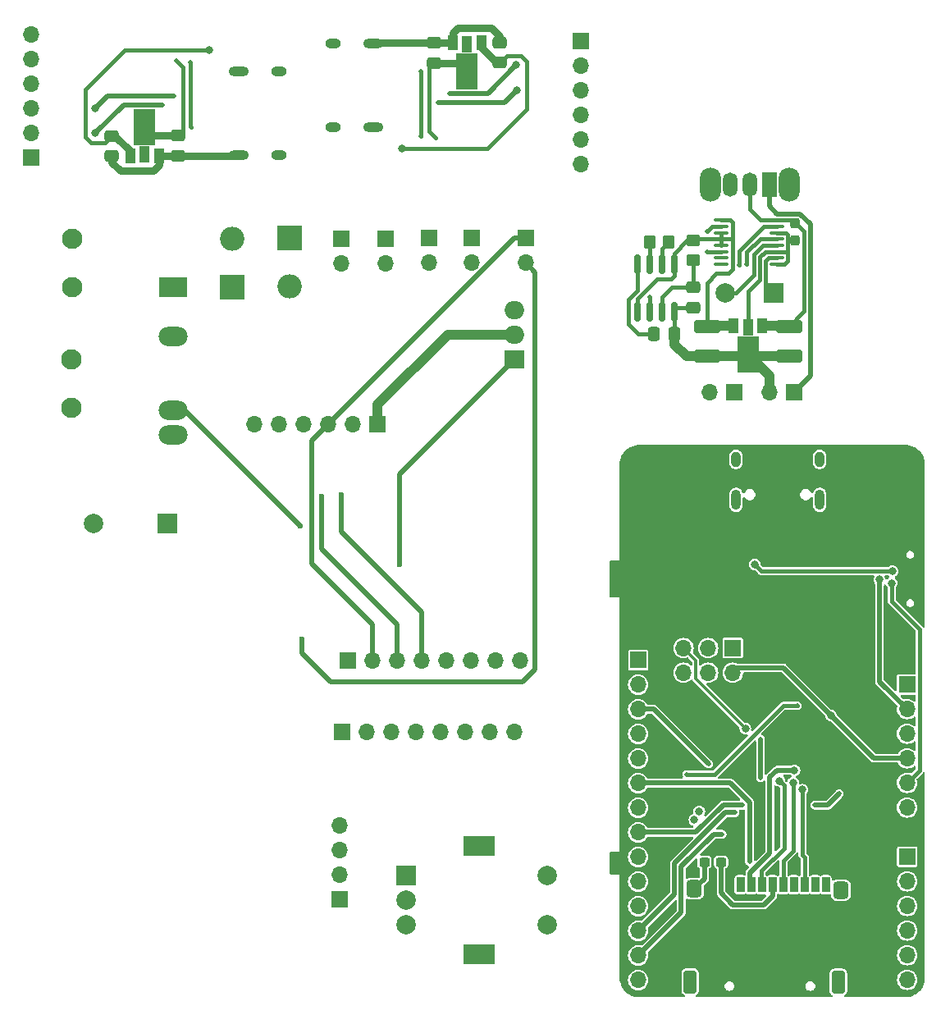
<source format=gbr>
%TF.GenerationSoftware,KiCad,Pcbnew,8.0.3*%
%TF.CreationDate,2024-09-09T16:29:24+03:00*%
%TF.ProjectId,JLC7,4a4c4337-2e6b-4696-9361-645f70636258,rev?*%
%TF.SameCoordinates,Original*%
%TF.FileFunction,Copper,L2,Bot*%
%TF.FilePolarity,Positive*%
%FSLAX46Y46*%
G04 Gerber Fmt 4.6, Leading zero omitted, Abs format (unit mm)*
G04 Created by KiCad (PCBNEW 8.0.3) date 2024-09-09 16:29:24*
%MOMM*%
%LPD*%
G01*
G04 APERTURE LIST*
G04 Aperture macros list*
%AMRoundRect*
0 Rectangle with rounded corners*
0 $1 Rounding radius*
0 $2 $3 $4 $5 $6 $7 $8 $9 X,Y pos of 4 corners*
0 Add a 4 corners polygon primitive as box body*
4,1,4,$2,$3,$4,$5,$6,$7,$8,$9,$2,$3,0*
0 Add four circle primitives for the rounded corners*
1,1,$1+$1,$2,$3*
1,1,$1+$1,$4,$5*
1,1,$1+$1,$6,$7*
1,1,$1+$1,$8,$9*
0 Add four rect primitives between the rounded corners*
20,1,$1+$1,$2,$3,$4,$5,0*
20,1,$1+$1,$4,$5,$6,$7,0*
20,1,$1+$1,$6,$7,$8,$9,0*
20,1,$1+$1,$8,$9,$2,$3,0*%
G04 Aperture macros list end*
%TA.AperFunction,ComponentPad*%
%ADD10R,1.700000X1.700000*%
%TD*%
%TA.AperFunction,ComponentPad*%
%ADD11O,1.700000X1.700000*%
%TD*%
%TA.AperFunction,ComponentPad*%
%ADD12R,2.500000X2.500000*%
%TD*%
%TA.AperFunction,ComponentPad*%
%ADD13O,2.500000X2.500000*%
%TD*%
%TA.AperFunction,ComponentPad*%
%ADD14R,2.000000X2.000000*%
%TD*%
%TA.AperFunction,ComponentPad*%
%ADD15C,2.000000*%
%TD*%
%TA.AperFunction,ComponentPad*%
%ADD16R,2.000000X1.905000*%
%TD*%
%TA.AperFunction,ComponentPad*%
%ADD17O,2.000000X1.905000*%
%TD*%
%TA.AperFunction,ComponentPad*%
%ADD18O,1.000000X2.100000*%
%TD*%
%TA.AperFunction,ComponentPad*%
%ADD19O,1.000000X1.600000*%
%TD*%
%TA.AperFunction,ComponentPad*%
%ADD20R,3.000000X2.000000*%
%TD*%
%TA.AperFunction,ComponentPad*%
%ADD21O,3.000000X2.000000*%
%TD*%
%TA.AperFunction,ComponentPad*%
%ADD22R,3.200000X2.000000*%
%TD*%
%TA.AperFunction,ComponentPad*%
%ADD23C,2.100000*%
%TD*%
%TA.AperFunction,ComponentPad*%
%ADD24O,2.200000X3.500000*%
%TD*%
%TA.AperFunction,ComponentPad*%
%ADD25R,1.500000X2.500000*%
%TD*%
%TA.AperFunction,ComponentPad*%
%ADD26O,1.500000X2.500000*%
%TD*%
%TA.AperFunction,ComponentPad*%
%ADD27O,2.100000X1.000000*%
%TD*%
%TA.AperFunction,ComponentPad*%
%ADD28O,1.600000X1.000000*%
%TD*%
%TA.AperFunction,SMDPad,CuDef*%
%ADD29RoundRect,0.225000X0.225000X0.575000X-0.225000X0.575000X-0.225000X-0.575000X0.225000X-0.575000X0*%
%TD*%
%TA.AperFunction,SMDPad,CuDef*%
%ADD30RoundRect,0.250000X0.337500X0.475000X-0.337500X0.475000X-0.337500X-0.475000X0.337500X-0.475000X0*%
%TD*%
%TA.AperFunction,SMDPad,CuDef*%
%ADD31RoundRect,0.250000X0.475000X-0.337500X0.475000X0.337500X-0.475000X0.337500X-0.475000X-0.337500X0*%
%TD*%
%TA.AperFunction,SMDPad,CuDef*%
%ADD32RoundRect,0.100000X-0.637500X-0.100000X0.637500X-0.100000X0.637500X0.100000X-0.637500X0.100000X0*%
%TD*%
%TA.AperFunction,SMDPad,CuDef*%
%ADD33R,1.000000X1.500000*%
%TD*%
%TA.AperFunction,SMDPad,CuDef*%
%ADD34R,1.000000X1.800000*%
%TD*%
%TA.AperFunction,SMDPad,CuDef*%
%ADD35R,2.200000X3.700000*%
%TD*%
%TA.AperFunction,SMDPad,CuDef*%
%ADD36RoundRect,0.400000X-0.400000X0.500000X-0.400000X-0.500000X0.400000X-0.500000X0.400000X0.500000X0*%
%TD*%
%TA.AperFunction,SMDPad,CuDef*%
%ADD37RoundRect,0.350000X0.350000X-0.850000X0.350000X0.850000X-0.350000X0.850000X-0.350000X-0.850000X0*%
%TD*%
%TA.AperFunction,SMDPad,CuDef*%
%ADD38RoundRect,0.250000X-1.100000X0.412500X-1.100000X-0.412500X1.100000X-0.412500X1.100000X0.412500X0*%
%TD*%
%TA.AperFunction,SMDPad,CuDef*%
%ADD39RoundRect,0.250000X0.350000X0.450000X-0.350000X0.450000X-0.350000X-0.450000X0.350000X-0.450000X0*%
%TD*%
%TA.AperFunction,SMDPad,CuDef*%
%ADD40RoundRect,0.250000X-0.475000X0.337500X-0.475000X-0.337500X0.475000X-0.337500X0.475000X0.337500X0*%
%TD*%
%TA.AperFunction,SMDPad,CuDef*%
%ADD41RoundRect,0.250000X0.450000X-0.350000X0.450000X0.350000X-0.450000X0.350000X-0.450000X-0.350000X0*%
%TD*%
%TA.AperFunction,SMDPad,CuDef*%
%ADD42RoundRect,0.237500X0.237500X-0.300000X0.237500X0.300000X-0.237500X0.300000X-0.237500X-0.300000X0*%
%TD*%
%TA.AperFunction,SMDPad,CuDef*%
%ADD43RoundRect,0.400000X0.400000X-0.500000X0.400000X0.500000X-0.400000X0.500000X-0.400000X-0.500000X0*%
%TD*%
%TA.AperFunction,SMDPad,CuDef*%
%ADD44RoundRect,0.237500X0.300000X0.237500X-0.300000X0.237500X-0.300000X-0.237500X0.300000X-0.237500X0*%
%TD*%
%TA.AperFunction,SMDPad,CuDef*%
%ADD45RoundRect,0.150000X0.150000X-0.825000X0.150000X0.825000X-0.150000X0.825000X-0.150000X-0.825000X0*%
%TD*%
%TA.AperFunction,SMDPad,CuDef*%
%ADD46RoundRect,0.225000X-0.225000X-0.575000X0.225000X-0.575000X0.225000X0.575000X-0.225000X0.575000X0*%
%TD*%
%TA.AperFunction,ViaPad*%
%ADD47C,0.800000*%
%TD*%
%TA.AperFunction,ViaPad*%
%ADD48C,0.600000*%
%TD*%
%TA.AperFunction,ViaPad*%
%ADD49C,0.500000*%
%TD*%
%TA.AperFunction,Conductor*%
%ADD50C,0.500000*%
%TD*%
%TA.AperFunction,Conductor*%
%ADD51C,0.400000*%
%TD*%
%TA.AperFunction,Conductor*%
%ADD52C,0.800000*%
%TD*%
%TA.AperFunction,Conductor*%
%ADD53C,1.000000*%
%TD*%
%TA.AperFunction,Conductor*%
%ADD54C,0.300000*%
%TD*%
G04 APERTURE END LIST*
D10*
%TO.P,FAN2,1,+*%
%TO.N,N/C*%
X96255000Y-70975000D03*
D11*
%TO.P,FAN2,2,-*%
X96255000Y-73515000D03*
%TD*%
D10*
%TO.P,J6,1,Pin_1*%
%TO.N,N/C*%
X132220000Y-86852500D03*
D11*
%TO.P,J6,2,Pin_2*%
X129680000Y-86852500D03*
%TD*%
D10*
%TO.P,J6,1,Pin_1*%
%TO.N,N/C*%
X150095000Y-117002506D03*
D11*
%TO.P,J6,2,Pin_2*%
X150095000Y-119542506D03*
%TO.P,J6,3,Pin_3*%
X150095000Y-122082506D03*
%TO.P,J6,4,Pin_4*%
X150095000Y-124622506D03*
%TO.P,J6,5,Pin_5*%
X150095000Y-127162506D03*
%TO.P,J6,6,Pin_6*%
X150095000Y-129702506D03*
%TD*%
D12*
%TO.P,J2,1,Pin_1*%
%TO.N,N/C*%
X86405000Y-70940000D03*
D13*
%TO.P,J2,2,Pin_2*%
X86405000Y-75940000D03*
%TD*%
D10*
%TO.P,J3,1,Pin_1*%
%TO.N,N/C*%
X95465302Y-90120300D03*
D11*
%TO.P,J3,2,Pin_2*%
X92925302Y-90120300D03*
%TO.P,J3,3,Pin_3*%
X90385302Y-90120300D03*
%TO.P,J3,4,Pin_4*%
X87845302Y-90120300D03*
%TO.P,J3,5,Pin_5*%
X85305302Y-90120300D03*
%TO.P,J3,6,Pin_6*%
X82765302Y-90120300D03*
%TD*%
D10*
%TO.P,J5,1,Pin_1*%
%TO.N,N/C*%
X132105000Y-113242506D03*
D11*
%TO.P,J5,2,Pin_2*%
X132105000Y-115782506D03*
%TO.P,J5,3,Pin_3*%
X129565000Y-113242506D03*
%TO.P,J5,4,Pin_4*%
X129565000Y-115782506D03*
%TO.P,J5,5,Pin_5*%
X127025000Y-113242506D03*
%TO.P,J5,6,Pin_6*%
X127025000Y-115782506D03*
%TD*%
D10*
%TO.P,REF\u002A\u002A,1*%
%TO.N,N/C*%
X91776320Y-121906180D03*
D11*
%TO.P,REF\u002A\u002A,2*%
X94316320Y-121906180D03*
%TO.P,REF\u002A\u002A,3*%
X96856320Y-121906180D03*
%TO.P,REF\u002A\u002A,4*%
X99396320Y-121906180D03*
%TO.P,REF\u002A\u002A,5*%
X101936320Y-121906180D03*
%TO.P,REF\u002A\u002A,6*%
X104476320Y-121906180D03*
%TO.P,REF\u002A\u002A,7*%
X107016320Y-121906180D03*
%TO.P,REF\u002A\u002A,8*%
X109556320Y-121906180D03*
%TD*%
D10*
%TO.P,FAN4,1,+*%
%TO.N,N/C*%
X105155000Y-70950000D03*
D11*
%TO.P,FAN4,2,-*%
X105155000Y-73490000D03*
%TD*%
D10*
%TO.P,J4,1,Pin_1*%
%TO.N,N/C*%
X59665000Y-62652500D03*
D11*
%TO.P,J4,2,Pin_2*%
X59665000Y-60112500D03*
%TO.P,J4,3,Pin_3*%
X59665000Y-57572500D03*
%TO.P,J4,4,Pin_4*%
X59665000Y-55032500D03*
%TO.P,J4,5,Pin_5*%
X59665000Y-52492500D03*
%TO.P,J4,6,Pin_6*%
X59665000Y-49952500D03*
%TD*%
D14*
%TO.P,LS1,1,1*%
%TO.N,N/C*%
X136357677Y-76612500D03*
D15*
%TO.P,LS1,2,2*%
X131357677Y-76612500D03*
%TD*%
D10*
%TO.P,FAN3,1,+*%
%TO.N,N/C*%
X100730000Y-70950000D03*
D11*
%TO.P,FAN3,2,-*%
X100730000Y-73490000D03*
%TD*%
D10*
%TO.P,TH1,1*%
%TO.N,N/C*%
X110730000Y-70950000D03*
D11*
%TO.P,TH1,2*%
X110730000Y-73490000D03*
%TD*%
D16*
%TO.P,Q1,1,G*%
%TO.N,N/C*%
X109580000Y-83440000D03*
D17*
%TO.P,Q1,2,S*%
X109580000Y-80900000D03*
%TO.P,Q1,3,D*%
X109580000Y-78360000D03*
%TD*%
D10*
%TO.P,REF\u002A\u002A,1*%
%TO.N,N/C*%
X92405000Y-114540000D03*
D11*
%TO.P,REF\u002A\u002A,2*%
X94945000Y-114540000D03*
%TO.P,REF\u002A\u002A,3*%
X97485000Y-114540000D03*
%TO.P,REF\u002A\u002A,4*%
X100025000Y-114540000D03*
%TO.P,REF\u002A\u002A,5*%
X102565000Y-114540000D03*
%TO.P,REF\u002A\u002A,6*%
X105105000Y-114540000D03*
%TO.P,REF\u002A\u002A,7*%
X107645000Y-114540000D03*
%TO.P,REF\u002A\u002A,8*%
X110185000Y-114540000D03*
%TD*%
D12*
%TO.P,J4,1,Pin_1*%
%TO.N,N/C*%
X80455000Y-75990000D03*
D13*
%TO.P,J4,2,Pin_2*%
X80455000Y-70990000D03*
%TD*%
D18*
%TO.P,J1,S1,SHIELD*%
%TO.N,N/C*%
X141075000Y-97942506D03*
D19*
X141075000Y-93762506D03*
D18*
X132435000Y-97942506D03*
D19*
X132435000Y-93762506D03*
%TD*%
D10*
%TO.P,J1,1,Pin_1*%
%TO.N,N/C*%
X138450000Y-86832500D03*
D11*
%TO.P,J1,2,Pin_2*%
X135910000Y-86832500D03*
%TD*%
D20*
%TO.P,U2,1*%
%TO.N,N/C*%
X74305000Y-75985000D03*
D21*
%TO.P,U2,2*%
X74305000Y-81065000D03*
%TO.P,U2,3*%
X74305000Y-88685000D03*
%TO.P,U2,4*%
X74305000Y-91225000D03*
%TD*%
D10*
%TO.P,J4,1,Pin_1*%
%TO.N,N/C*%
X122345000Y-114482506D03*
D11*
%TO.P,J4,2,Pin_2*%
X122345000Y-117022506D03*
%TO.P,J4,3,Pin_3*%
X122345000Y-119562506D03*
%TO.P,J4,4,Pin_4*%
X122345000Y-122102506D03*
%TO.P,J4,5,Pin_5*%
X122345000Y-124642506D03*
%TO.P,J4,6,Pin_6*%
X122345000Y-127182506D03*
%TO.P,J4,7,Pin_7*%
X122345000Y-129722506D03*
%TO.P,J4,8,Pin_8*%
X122345000Y-132262506D03*
%TO.P,J4,9,Pin_9*%
X122345000Y-134802506D03*
%TO.P,J4,10,Pin_10*%
X122345000Y-137342506D03*
%TO.P,J4,11,Pin_11*%
X122345000Y-139882506D03*
%TO.P,J4,12,Pin_12*%
X122345000Y-142422506D03*
%TO.P,J4,13,Pin_13*%
X122345000Y-144962506D03*
%TO.P,J4,14,Pin_14*%
X122345000Y-147502506D03*
%TD*%
D10*
%TO.P,J4,1,Pin_1*%
%TO.N,N/C*%
X116420000Y-50585000D03*
D11*
%TO.P,J4,2,Pin_2*%
X116420000Y-53125000D03*
%TO.P,J4,3,Pin_3*%
X116420000Y-55665000D03*
%TO.P,J4,4,Pin_4*%
X116420000Y-58205000D03*
%TO.P,J4,5,Pin_5*%
X116420000Y-60745000D03*
%TO.P,J4,6,Pin_6*%
X116420000Y-63285000D03*
%TD*%
D10*
%TO.P,FAN1,1,+*%
%TO.N,N/C*%
X91680000Y-70975000D03*
D11*
%TO.P,FAN1,2,-*%
X91680000Y-73515000D03*
%TD*%
D14*
%TO.P,SW3,A,A*%
%TO.N,N/C*%
X98426320Y-136756180D03*
D15*
%TO.P,SW3,B,B*%
X98426320Y-141756180D03*
%TO.P,SW3,C,C*%
X98426320Y-139256180D03*
D22*
%TO.P,SW3,MP*%
X105926320Y-133656180D03*
X105926320Y-144856180D03*
D15*
%TO.P,SW3,S1,S1*%
X112926320Y-141756180D03*
%TO.P,SW3,S2,S2*%
X112926320Y-136756180D03*
%TD*%
D23*
%TO.P,J6,1,Pin_1*%
%TO.N,N/C*%
X63905000Y-71015000D03*
%TO.P,J6,2,Pin_2*%
X63905000Y-76015000D03*
%TD*%
D14*
%TO.P,BZ1,1,+*%
%TO.N,N/C*%
X73755000Y-100390000D03*
D15*
%TO.P,BZ1,2,-*%
X66155000Y-100390000D03*
%TD*%
D10*
%TO.P,U3,1,SDA*%
%TO.N,N/C*%
X91551320Y-139171180D03*
D11*
%TO.P,U3,2,SCK*%
X91551320Y-136631180D03*
%TO.P,U3,3,VCC*%
X91551320Y-134091180D03*
%TO.P,U3,4,GND*%
X91551320Y-131551180D03*
%TD*%
D23*
%TO.P,J1,1,Pin_1*%
%TO.N,N/C*%
X63880000Y-83465000D03*
%TO.P,J1,2,Pin_2*%
X63880000Y-88465000D03*
%TD*%
D10*
%TO.P,J7,1,Pin_1*%
%TO.N,N/C*%
X150105000Y-134782506D03*
D11*
%TO.P,J7,2,Pin_2*%
X150105000Y-137322506D03*
%TO.P,J7,3,Pin_3*%
X150105000Y-139862506D03*
%TO.P,J7,4,Pin_4*%
X150105000Y-142402506D03*
%TO.P,J7,5,Pin_5*%
X150105000Y-144942506D03*
%TO.P,J7,6,Pin_6*%
X150105000Y-147482506D03*
%TD*%
D24*
%TO.P,SW1,*%
%TO.N,*%
X137970000Y-65412500D03*
X129770000Y-65412500D03*
D25*
%TO.P,SW1,1,A*%
%TO.N,N/C*%
X135870000Y-65412500D03*
D26*
%TO.P,SW1,2,B*%
X133870000Y-65412500D03*
%TO.P,SW1,3,C*%
X131870000Y-65412500D03*
%TD*%
D27*
%TO.P,J2,S1,SHIELD*%
%TO.N,N/C*%
X81090000Y-62382500D03*
D28*
X85270000Y-62382500D03*
D27*
X81090000Y-53742500D03*
D28*
X85270000Y-53742500D03*
%TD*%
D27*
%TO.P,J2,S1,SHIELD*%
%TO.N,N/C*%
X94995000Y-50855000D03*
D28*
X90815000Y-50855000D03*
D27*
X94995000Y-59495000D03*
D28*
X90815000Y-59495000D03*
%TD*%
D29*
%TO.P,,5*%
%TO.N,N/C*%
X137305000Y-137672506D03*
%TD*%
D30*
%TO.P,C4,1*%
%TO.N,N/C*%
X126072500Y-80877500D03*
%TO.P,C4,2*%
X123997500Y-80877500D03*
%TD*%
D31*
%TO.P,C1,1*%
%TO.N,N/C*%
X108055000Y-52815000D03*
%TO.P,C1,2*%
X108055000Y-50740000D03*
%TD*%
D32*
%TO.P,U1,1,NC*%
%TO.N,N/C*%
X130910000Y-73632500D03*
%TO.P,U1,2,NC*%
X130910000Y-72982500D03*
%TO.P,U1,3,PHA_A*%
X130910000Y-72332500D03*
%TO.P,U1,4,EN_A*%
X130910000Y-71682500D03*
%TO.P,U1,5,VCC*%
X130910000Y-71032500D03*
%TO.P,U1,6,~{STBY}*%
X130910000Y-70382500D03*
%TO.P,U1,7,PHA_B*%
X130910000Y-69732500D03*
%TO.P,U1,8,EN_B*%
X130910000Y-69082500D03*
%TO.P,U1,9,VM*%
X136635000Y-69082500D03*
%TO.P,U1,10,BO2*%
X136635000Y-69732500D03*
%TO.P,U1,11,GND*%
X136635000Y-70382500D03*
%TO.P,U1,12,BO1*%
X136635000Y-71032500D03*
%TO.P,U1,13,AO2*%
X136635000Y-71682500D03*
%TO.P,U1,14,GND*%
X136635000Y-72332500D03*
%TO.P,U1,15,AO1*%
X136635000Y-72982500D03*
%TO.P,U1,16,GND*%
X136635000Y-73632500D03*
%TD*%
D33*
%TO.P,U1,1,GND*%
%TO.N,N/C*%
X72905000Y-62435000D03*
D34*
%TO.P,U1,2,VO*%
X71405000Y-62285000D03*
D35*
X71405000Y-59535000D03*
D33*
%TO.P,U1,3,VI*%
X69905000Y-62435000D03*
%TD*%
D36*
%TO.P,,0*%
%TO.N,N/C*%
X143255000Y-138222506D03*
%TD*%
D37*
%TO.P,,0*%
%TO.N,N/C*%
X127705000Y-147702506D03*
%TD*%
D33*
%TO.P,U2,1,VO*%
%TO.N,N/C*%
X132160000Y-80022500D03*
D34*
%TO.P,U2,2,GND*%
X133660000Y-80172500D03*
D35*
X133660000Y-82922500D03*
D33*
%TO.P,U2,3,VI*%
X135160000Y-80022500D03*
%TD*%
%TO.P,U1,1,GND*%
%TO.N,N/C*%
X103180000Y-50802500D03*
D34*
%TO.P,U1,2,VO*%
X104680000Y-50952500D03*
D35*
X104680000Y-53702500D03*
D33*
%TO.P,U1,3,VI*%
X106180000Y-50802500D03*
%TD*%
D38*
%TO.P,C3,1*%
%TO.N,N/C*%
X129430000Y-80037500D03*
%TO.P,C3,2*%
X129430000Y-83162500D03*
%TD*%
D29*
%TO.P,REF\u002A\u002A,1*%
%TO.N,N/C*%
X132905000Y-137672506D03*
%TD*%
%TO.P,,8*%
%TO.N,N/C*%
X140605000Y-137672506D03*
%TD*%
%TO.P,,7*%
%TO.N,N/C*%
X139505000Y-137672506D03*
%TD*%
D39*
%TO.P,R1,1*%
%TO.N,N/C*%
X125520000Y-71332500D03*
%TO.P,R1,2*%
X123520000Y-71332500D03*
%TD*%
D40*
%TO.P,C2,1*%
%TO.N,N/C*%
X74855000Y-60372500D03*
%TO.P,C2,2*%
X74855000Y-62447500D03*
%TD*%
D41*
%TO.P,R2,1*%
%TO.N,N/C*%
X127990000Y-73222500D03*
%TO.P,R2,2*%
X127990000Y-71222500D03*
%TD*%
D42*
%TO.P,C1,1*%
%TO.N,N/C*%
X138562500Y-71170000D03*
%TO.P,C1,2*%
X138562500Y-69445000D03*
%TD*%
D31*
%TO.P,C2,1*%
%TO.N,N/C*%
X101230000Y-52865000D03*
%TO.P,C2,2*%
X101230000Y-50790000D03*
%TD*%
D29*
%TO.P,,2*%
%TO.N,N/C*%
X134005000Y-137672506D03*
%TD*%
D40*
%TO.P,C1,1*%
%TO.N,N/C*%
X68030000Y-60422500D03*
%TO.P,C1,2*%
X68030000Y-62497500D03*
%TD*%
D43*
%TO.P,,0*%
%TO.N,N/C*%
X128105000Y-138092506D03*
%TD*%
D44*
%TO.P,C12,1*%
%TO.N,N/C*%
X130897500Y-135322506D03*
%TO.P,C12,2*%
X129172500Y-135322506D03*
%TD*%
D38*
%TO.P,C2,1*%
%TO.N,N/C*%
X137910000Y-80037500D03*
%TO.P,C2,2*%
X137910000Y-83162500D03*
%TD*%
D29*
%TO.P,,4*%
%TO.N,N/C*%
X136205000Y-137672506D03*
%TD*%
D45*
%TO.P,U3,1,GND*%
%TO.N,N/C*%
X126065000Y-78567500D03*
%TO.P,U3,2,TR*%
X124795000Y-78567500D03*
%TO.P,U3,3,Q*%
X123525000Y-78567500D03*
%TO.P,U3,4,R*%
X122255000Y-78567500D03*
%TO.P,U3,5,CV*%
X122255000Y-73617500D03*
%TO.P,U3,6,THR*%
X123525000Y-73617500D03*
%TO.P,U3,7,DIS*%
X124795000Y-73617500D03*
%TO.P,U3,8,VCC*%
X126065000Y-73617500D03*
%TD*%
D29*
%TO.P,,3*%
%TO.N,N/C*%
X135105000Y-137672506D03*
%TD*%
D46*
%TO.P,,6*%
%TO.N,N/C*%
X138405000Y-137672506D03*
%TD*%
D37*
%TO.P,,0*%
%TO.N,N/C*%
X143005000Y-147722506D03*
%TD*%
D31*
%TO.P,C5,1*%
%TO.N,N/C*%
X128000000Y-78110000D03*
%TO.P,C5,2*%
X128000000Y-76035000D03*
%TD*%
D29*
%TO.P,,9*%
%TO.N,N/C*%
X141705000Y-137672506D03*
%TD*%
D47*
%TO.N,*%
X128149765Y-130987271D03*
D48*
X91685302Y-97445300D03*
D49*
X129440000Y-72332500D03*
X134955000Y-122642506D03*
D48*
X87630000Y-112290000D03*
D49*
X76205000Y-59510000D03*
X99940000Y-60427500D03*
X102880000Y-56027500D03*
D47*
X148599765Y-105312271D03*
X66280000Y-57535000D03*
D49*
X138739765Y-119194517D03*
D47*
X127990000Y-71222500D03*
X123520000Y-71332500D03*
D48*
X87455000Y-100615000D03*
D49*
X123520000Y-77052500D03*
X127345000Y-126299282D03*
X129613388Y-125200894D03*
D47*
X66307500Y-60132500D03*
D48*
X89685302Y-97595300D03*
D47*
X133400235Y-121527741D03*
X142254880Y-120212626D03*
D49*
X76145000Y-52810000D03*
D47*
X109805000Y-55702500D03*
D49*
X140575000Y-129462506D03*
X74430000Y-56242500D03*
X132324765Y-130237271D03*
D48*
X97705000Y-104590000D03*
D47*
X136899765Y-126937271D03*
X148499765Y-106537271D03*
D49*
X99880000Y-53727500D03*
X101405000Y-60577500D03*
X131005000Y-132462506D03*
X133125000Y-129462506D03*
D47*
X128649765Y-130112271D03*
D49*
X74680000Y-52660000D03*
X132770000Y-73682500D03*
D47*
X97980000Y-61677500D03*
D49*
X133824212Y-135269870D03*
D47*
X109777500Y-53105000D03*
D49*
X134955000Y-126622506D03*
D47*
X134375000Y-104614282D03*
X139274765Y-127862271D03*
X138562500Y-71170000D03*
X138324765Y-127137271D03*
D49*
X73205000Y-57210000D03*
X133560000Y-73672500D03*
X129450000Y-70222500D03*
D47*
X138474765Y-125862271D03*
D49*
X143073876Y-128283231D03*
D47*
X78105000Y-51560000D03*
X147249765Y-106187271D03*
X127990000Y-73222500D03*
D49*
X101655000Y-56995000D03*
%TD*%
D50*
%TO.N,*%
X106855000Y-56027500D02*
X102880000Y-56027500D01*
X131115050Y-129462506D02*
X128315050Y-132262506D01*
X90630000Y-116740000D02*
X88180000Y-114290000D01*
D51*
X121305000Y-77297500D02*
X121305000Y-79817500D01*
X135820000Y-72982500D02*
X135490000Y-73312500D01*
D52*
X103167500Y-50790000D02*
X103180000Y-50802500D01*
D51*
X125720000Y-75192500D02*
X124270000Y-75192500D01*
X108092500Y-52815000D02*
X108055000Y-52815000D01*
D50*
X88180000Y-114290000D02*
X87630000Y-113740000D01*
X129172500Y-135322506D02*
X129172500Y-137025006D01*
D52*
X108055000Y-50127500D02*
X107180000Y-49252500D01*
D51*
X78105000Y-51560000D02*
X69355000Y-51560000D01*
D50*
X91926320Y-121756180D02*
X91776320Y-121906180D01*
D51*
X126065000Y-73617500D02*
X126065000Y-74847500D01*
X131820000Y-69082500D02*
X132090000Y-69352500D01*
D50*
X101655000Y-56995000D02*
X108512500Y-56995000D01*
D51*
X134960000Y-69082500D02*
X133870000Y-67992500D01*
X130910000Y-69082500D02*
X131820000Y-69082500D01*
X131640000Y-74582500D02*
X132090000Y-74132500D01*
D50*
X126085000Y-135482506D02*
X126085000Y-138682506D01*
D51*
X130225000Y-126299282D02*
X137329765Y-119194517D01*
D50*
X133845000Y-135249082D02*
X133824212Y-135269870D01*
D51*
X65455000Y-55460000D02*
X65280000Y-55635000D01*
X136635000Y-72332500D02*
X135450000Y-72332500D01*
X68030000Y-60422500D02*
X68317500Y-60422500D01*
X138200000Y-69082500D02*
X138562500Y-69445000D01*
X130910000Y-71032500D02*
X130373000Y-71032500D01*
X136635000Y-69082500D02*
X138200000Y-69082500D01*
X151374765Y-111287271D02*
X148549765Y-108462271D01*
X127990000Y-74992500D02*
X128000000Y-75002500D01*
X135290000Y-69732500D02*
X136635000Y-69732500D01*
X110205000Y-52102500D02*
X108805000Y-52102500D01*
D50*
X111705000Y-115445000D02*
X110885000Y-116265000D01*
X109706320Y-121756180D02*
X109556320Y-121906180D01*
X89685302Y-97595300D02*
X89685302Y-102995302D01*
D51*
X129940000Y-69732500D02*
X129450000Y-70222500D01*
X130910000Y-69732500D02*
X129940000Y-69732500D01*
D50*
X133899765Y-136437271D02*
X133899765Y-137537271D01*
D51*
X127356166Y-71222500D02*
X126065000Y-72513666D01*
D52*
X107767500Y-52815000D02*
X107742500Y-52815000D01*
D51*
X137329765Y-119194517D02*
X138739765Y-119194517D01*
D50*
X128315050Y-132262506D02*
X122345000Y-132262506D01*
D51*
X137772500Y-71157500D02*
X138550000Y-71157500D01*
D50*
X141894601Y-129462506D02*
X143073876Y-128283231D01*
D51*
X129440000Y-72332500D02*
X130910000Y-72332500D01*
D53*
X137895000Y-80022500D02*
X137910000Y-80037500D01*
D51*
X135490000Y-75672500D02*
X136480000Y-76662500D01*
X127345000Y-126299282D02*
X130225000Y-126299282D01*
D50*
X139070000Y-68432500D02*
X140100000Y-69462500D01*
D51*
X137772500Y-72587500D02*
X137772500Y-71157500D01*
D50*
X136660000Y-68432500D02*
X139070000Y-68432500D01*
D53*
X126072500Y-81915000D02*
X126072500Y-80877500D01*
D51*
X135072989Y-105312271D02*
X134375000Y-104614282D01*
D52*
X101230000Y-50790000D02*
X103167500Y-50790000D01*
D53*
X129430000Y-83162500D02*
X133420000Y-83162500D01*
D50*
X132600000Y-115287506D02*
X132105000Y-115782506D01*
D51*
X128000000Y-73232500D02*
X128000000Y-74982500D01*
D50*
X104626320Y-121756180D02*
X104476320Y-121906180D01*
D51*
X148549765Y-108462271D02*
X148499765Y-108412271D01*
X126065000Y-78110000D02*
X126065000Y-78567500D01*
D50*
X137329760Y-115287506D02*
X132600000Y-115287506D01*
D51*
X129430000Y-75552500D02*
X130400000Y-74582500D01*
D52*
X101230000Y-52865000D02*
X103842500Y-52865000D01*
D51*
X135074765Y-136212271D02*
X135074765Y-137687271D01*
X136635000Y-71682500D02*
X135180000Y-71682500D01*
D50*
X111705000Y-74465000D02*
X111705000Y-92940000D01*
X109555602Y-70950000D02*
X90385302Y-90120300D01*
D51*
X99940000Y-53787500D02*
X99880000Y-53727500D01*
D50*
X133845000Y-129162506D02*
X133845000Y-135249082D01*
X147249765Y-106187271D02*
X147249765Y-116697271D01*
D53*
X95465302Y-90120300D02*
X95465302Y-88104698D01*
D50*
X89685302Y-102995302D02*
X97455000Y-110765000D01*
D51*
X132440000Y-76612500D02*
X131357677Y-76612500D01*
D50*
X94945000Y-110830000D02*
X90030000Y-105915000D01*
D51*
X128000000Y-74982500D02*
X127990000Y-74992500D01*
X130910000Y-71032500D02*
X130910000Y-71682500D01*
D50*
X88655000Y-91850602D02*
X90385302Y-90120300D01*
X126085000Y-138682506D02*
X122345000Y-142422506D01*
X135870000Y-67642500D02*
X136660000Y-68432500D01*
D51*
X75330000Y-59935000D02*
X74930000Y-60335000D01*
X148499765Y-108412271D02*
X148499765Y-106537271D01*
D53*
X129430000Y-83162500D02*
X127320000Y-83162500D01*
D50*
X97006320Y-121756180D02*
X96856320Y-121906180D01*
D53*
X102670000Y-80900000D02*
X109580000Y-80900000D01*
D51*
X137757500Y-72332500D02*
X136635000Y-72332500D01*
D52*
X68905000Y-63985000D02*
X72355000Y-63985000D01*
D51*
X133560000Y-73672500D02*
X133560000Y-72402500D01*
D50*
X111705000Y-92940000D02*
X111705000Y-115445000D01*
X135870000Y-65412500D02*
X135870000Y-67642500D01*
X69230000Y-57210000D02*
X73205000Y-57210000D01*
D51*
X151374765Y-125882741D02*
X151374765Y-115387271D01*
D50*
X87630000Y-113740000D02*
X87630000Y-112290000D01*
D51*
X137772500Y-70587500D02*
X137567500Y-70382500D01*
X126065000Y-72513666D02*
X126065000Y-73617500D01*
X130910000Y-71032500D02*
X128180000Y-71032500D01*
D50*
X87455000Y-100615000D02*
X75525000Y-88685000D01*
X66307500Y-60132500D02*
X69230000Y-57210000D01*
D51*
X137772500Y-72337500D02*
X137762500Y-72327500D01*
X129430000Y-80037500D02*
X129430000Y-75552500D01*
X100755000Y-53302500D02*
X101155000Y-52902500D01*
X138324765Y-134162271D02*
X137324765Y-135162271D01*
X138324765Y-127137271D02*
X138324765Y-134162271D01*
X123525000Y-73617500D02*
X123525000Y-71337500D01*
D50*
X130897500Y-138525006D02*
X132125000Y-139752506D01*
X97455000Y-110765000D02*
X97455000Y-114490000D01*
D51*
X136480000Y-76662500D02*
X136480000Y-76812500D01*
D50*
X138474765Y-125862271D02*
X136649765Y-125862271D01*
D51*
X139450000Y-70262500D02*
X139450000Y-78497500D01*
X124795000Y-77047500D02*
X125807500Y-76035000D01*
D52*
X103180000Y-49802500D02*
X103180000Y-50802500D01*
D50*
X91080000Y-116740000D02*
X90630000Y-116740000D01*
D51*
X137567500Y-70382500D02*
X136635000Y-70382500D01*
D53*
X95465302Y-88104698D02*
X102670000Y-80900000D01*
D51*
X135490000Y-73312500D02*
X135490000Y-75672500D01*
D52*
X108055000Y-50740000D02*
X108055000Y-50127500D01*
D51*
X108055000Y-52815000D02*
X107767500Y-52815000D01*
X124270000Y-75192500D02*
X122255000Y-77207500D01*
X132080000Y-71032500D02*
X132090000Y-71022500D01*
D50*
X136649765Y-125862271D02*
X135924765Y-126587271D01*
D52*
X69905000Y-61985000D02*
X69905000Y-62010000D01*
D50*
X108512500Y-56995000D02*
X109805000Y-55702500D01*
D51*
X127990000Y-71222500D02*
X127356166Y-71222500D01*
X134930000Y-71032500D02*
X136635000Y-71032500D01*
X121305000Y-79817500D02*
X122365000Y-80877500D01*
D50*
X135275000Y-139752506D02*
X136215000Y-138812506D01*
D51*
X130373000Y-71032500D02*
X130372500Y-71033000D01*
X132090000Y-69352500D02*
X132090000Y-71022500D01*
X138632500Y-69445000D02*
X139450000Y-70262500D01*
X128000000Y-78110000D02*
X126065000Y-78110000D01*
D50*
X129172500Y-137025006D02*
X128105000Y-138092506D01*
D51*
X76145000Y-52810000D02*
X76145000Y-59450000D01*
D52*
X68030000Y-62497500D02*
X68030000Y-63110000D01*
D50*
X88655000Y-104540000D02*
X88655000Y-95715000D01*
D51*
X133660000Y-76462500D02*
X133660000Y-80172500D01*
D52*
X74855000Y-62447500D02*
X81025000Y-62447500D01*
D50*
X110730000Y-70950000D02*
X109555602Y-70950000D01*
D51*
X128180000Y-71032500D02*
X127990000Y-71222500D01*
X137324765Y-135162271D02*
X137324765Y-137412271D01*
X67280000Y-61135000D02*
X67992500Y-60422500D01*
X124795000Y-78567500D02*
X124795000Y-77047500D01*
X75330000Y-53310000D02*
X75330000Y-59935000D01*
X108805000Y-52102500D02*
X108092500Y-52815000D01*
D50*
X91685302Y-97445300D02*
X91685302Y-101270302D01*
X147249765Y-116697271D02*
X150095000Y-119542506D01*
D51*
X65280000Y-59135000D02*
X65280000Y-60535000D01*
D50*
X88655000Y-95715000D02*
X88655000Y-91850602D01*
D52*
X74855000Y-62447500D02*
X72917500Y-62447500D01*
D50*
X122345000Y-127182506D02*
X131865000Y-127182506D01*
D51*
X136899765Y-126937271D02*
X137399765Y-127437271D01*
D50*
X142254880Y-120212626D02*
X137329760Y-115287506D01*
X126785000Y-140522506D02*
X122345000Y-144962506D01*
D51*
X136635000Y-69082500D02*
X134960000Y-69082500D01*
D50*
X110410000Y-116740000D02*
X91080000Y-116740000D01*
D51*
X137772500Y-72587500D02*
X137772500Y-72337500D01*
D52*
X103730000Y-49252500D02*
X103180000Y-49802500D01*
D50*
X67572500Y-56242500D02*
X66280000Y-57535000D01*
D51*
X151374765Y-115387271D02*
X151374765Y-111287271D01*
X122255000Y-73617500D02*
X122255000Y-76347500D01*
X137772500Y-71157500D02*
X137772500Y-70587500D01*
D53*
X133900000Y-83162500D02*
X133660000Y-82922500D01*
D52*
X68030000Y-63110000D02*
X68905000Y-63985000D01*
D50*
X140100000Y-69462500D02*
X140100000Y-85182500D01*
D51*
X65280000Y-60535000D02*
X65880000Y-61135000D01*
X136635000Y-72982500D02*
X135820000Y-72982500D01*
D52*
X103842500Y-52865000D02*
X104680000Y-53702500D01*
D50*
X110730000Y-73490000D02*
X111705000Y-74465000D01*
D53*
X127320000Y-83162500D02*
X126072500Y-81915000D01*
D50*
X97705000Y-104590000D02*
X97705000Y-95315000D01*
X131330235Y-130237271D02*
X126085000Y-135482506D01*
D51*
X110805000Y-57602500D02*
X110805000Y-54102500D01*
D50*
X75525000Y-88685000D02*
X74305000Y-88685000D01*
D51*
X134880000Y-75242500D02*
X133660000Y-76462500D01*
D50*
X126785000Y-135782506D02*
X126785000Y-140522506D01*
D51*
X139274765Y-127862271D02*
X139274765Y-134562271D01*
D50*
X99980000Y-109565000D02*
X99980000Y-114590000D01*
D51*
X123525000Y-71337500D02*
X123520000Y-71332500D01*
D52*
X74855000Y-60372500D02*
X72242500Y-60372500D01*
D50*
X109777500Y-53105000D02*
X106855000Y-56027500D01*
D51*
X69905000Y-62010000D02*
X69905000Y-62435000D01*
X134280000Y-74772500D02*
X132440000Y-76612500D01*
X137762500Y-72327500D02*
X137757500Y-72332500D01*
X130910000Y-71032500D02*
X130910000Y-70382500D01*
X135450000Y-72332500D02*
X134880000Y-72902500D01*
D50*
X110885000Y-116265000D02*
X110410000Y-116740000D01*
D51*
X67992500Y-60422500D02*
X68030000Y-60422500D01*
D50*
X123975000Y-119562506D02*
X122345000Y-119562506D01*
D51*
X136635000Y-73632500D02*
X137457500Y-73632500D01*
D50*
X94466320Y-121756180D02*
X94316320Y-121906180D01*
D54*
X127025000Y-113242506D02*
X128274765Y-114492271D01*
D52*
X107180000Y-49252500D02*
X103730000Y-49252500D01*
D50*
X99546320Y-121756180D02*
X99396320Y-121906180D01*
X140575000Y-129462506D02*
X141894601Y-129462506D01*
D51*
X128002500Y-78110000D02*
X128000000Y-78110000D01*
X148599765Y-105312271D02*
X135072989Y-105312271D01*
D50*
X132125000Y-139752506D02*
X135275000Y-139752506D01*
D51*
X65880000Y-61135000D02*
X67280000Y-61135000D01*
X69355000Y-51560000D02*
X65455000Y-55460000D01*
X133560000Y-72402500D02*
X134930000Y-71032500D01*
D50*
X132324765Y-130237271D02*
X131330235Y-130237271D01*
D52*
X72917500Y-62447500D02*
X72905000Y-62435000D01*
D51*
X134280000Y-72582500D02*
X134280000Y-74772500D01*
D53*
X135160000Y-80022500D02*
X137895000Y-80022500D01*
D51*
X122365000Y-80877500D02*
X123997500Y-80877500D01*
D52*
X107742500Y-52815000D02*
X106180000Y-51252500D01*
D51*
X132770000Y-73682500D02*
X132770000Y-72252500D01*
X110805000Y-54102500D02*
X110805000Y-52702500D01*
D53*
X137910000Y-83162500D02*
X133900000Y-83162500D01*
D51*
X100755000Y-59927500D02*
X100755000Y-53302500D01*
D50*
X131005000Y-132462506D02*
X130105000Y-132462506D01*
D54*
X128274765Y-116402271D02*
X133400235Y-121527741D01*
D51*
X135180000Y-71682500D02*
X134280000Y-72582500D01*
D52*
X72905000Y-63435000D02*
X72905000Y-62435000D01*
D51*
X122255000Y-76347500D02*
X121305000Y-77297500D01*
D50*
X146664760Y-124622506D02*
X150095000Y-124622506D01*
X102086320Y-121756180D02*
X101936320Y-121906180D01*
D51*
X74680000Y-52660000D02*
X75330000Y-53310000D01*
X137399765Y-133887271D02*
X135074765Y-136212271D01*
X99940000Y-60427500D02*
X99940000Y-53787500D01*
X138562500Y-69445000D02*
X138632500Y-69445000D01*
X133870000Y-67992500D02*
X133870000Y-65412500D01*
X126065000Y-74847500D02*
X125720000Y-75192500D01*
X76145000Y-59450000D02*
X76205000Y-59510000D01*
D52*
X81025000Y-62447500D02*
X81090000Y-62382500D01*
X68317500Y-60422500D02*
X68342500Y-60422500D01*
D50*
X97705000Y-95315000D02*
X109580000Y-83440000D01*
D51*
X150095000Y-127162506D02*
X151374765Y-125882741D01*
D53*
X135910000Y-85172500D02*
X133660000Y-82922500D01*
D52*
X72242500Y-60372500D02*
X71405000Y-59535000D01*
X72355000Y-63985000D02*
X72905000Y-63435000D01*
D50*
X129613388Y-125200894D02*
X123975000Y-119562506D01*
X134955000Y-122642506D02*
X134955000Y-126622506D01*
X136215000Y-138812506D02*
X136215000Y-137672506D01*
D53*
X129445000Y-80022500D02*
X129430000Y-80037500D01*
D54*
X128274765Y-114492271D02*
X128274765Y-116402271D01*
D51*
X138550000Y-71157500D02*
X138562500Y-71170000D01*
D50*
X107166320Y-121756180D02*
X107016320Y-121906180D01*
D51*
X122255000Y-77207500D02*
X122255000Y-78567500D01*
X125807500Y-76035000D02*
X128000000Y-76035000D01*
D50*
X131865000Y-127182506D02*
X133845000Y-129162506D01*
D51*
X137457500Y-73632500D02*
X137772500Y-73317500D01*
X139274765Y-134562271D02*
X139549765Y-134837271D01*
X132090000Y-74132500D02*
X132090000Y-71022500D01*
X137772500Y-73317500D02*
X137772500Y-72587500D01*
X130400000Y-74582500D02*
X131640000Y-74582500D01*
X124795000Y-72057500D02*
X125520000Y-71332500D01*
X132770000Y-72252500D02*
X135290000Y-69732500D01*
D50*
X130897500Y-135322506D02*
X130897500Y-138525006D01*
D51*
X139450000Y-78497500D02*
X137910000Y-80037500D01*
X124795000Y-73617500D02*
X124795000Y-72057500D01*
D50*
X142254880Y-120212626D02*
X146664760Y-124622506D01*
D51*
X128000000Y-75002500D02*
X128000000Y-76035000D01*
D52*
X95060000Y-50790000D02*
X94995000Y-50855000D01*
D51*
X106180000Y-51227500D02*
X106180000Y-50802500D01*
X65280000Y-55635000D02*
X65280000Y-59135000D01*
X126072500Y-80877500D02*
X126072500Y-78575000D01*
D50*
X90030000Y-105915000D02*
X88655000Y-104540000D01*
X133125000Y-129462506D02*
X131115050Y-129462506D01*
X140100000Y-85182500D02*
X138450000Y-86832500D01*
X135924765Y-134412271D02*
X133899765Y-136437271D01*
D51*
X139549765Y-134837271D02*
X139549765Y-137612271D01*
X110630000Y-57777500D02*
X110805000Y-57602500D01*
D53*
X133420000Y-83162500D02*
X133660000Y-82922500D01*
D50*
X91685302Y-101270302D02*
X99980000Y-109565000D01*
D52*
X101230000Y-50790000D02*
X95060000Y-50790000D01*
D51*
X123525000Y-78567500D02*
X123525000Y-77057500D01*
X101405000Y-60577500D02*
X100755000Y-59927500D01*
D52*
X106180000Y-51252500D02*
X106180000Y-51227500D01*
D51*
X126072500Y-78575000D02*
X126065000Y-78567500D01*
X134880000Y-72902500D02*
X134880000Y-75242500D01*
D50*
X94945000Y-114540000D02*
X94945000Y-110830000D01*
D51*
X123525000Y-77057500D02*
X123520000Y-77052500D01*
D52*
X68342500Y-60422500D02*
X69905000Y-61985000D01*
D51*
X110805000Y-52702500D02*
X110205000Y-52102500D01*
X106730000Y-61677500D02*
X110630000Y-57777500D01*
X137399765Y-127437271D02*
X137399765Y-133887271D01*
X127990000Y-73222500D02*
X128000000Y-73232500D01*
X123530000Y-73622500D02*
X123525000Y-73617500D01*
D53*
X135910000Y-86832500D02*
X135910000Y-85172500D01*
D50*
X135924765Y-126587271D02*
X135924765Y-134412271D01*
D51*
X130910000Y-71032500D02*
X132080000Y-71032500D01*
X97980000Y-61677500D02*
X106730000Y-61677500D01*
D53*
X132160000Y-80022500D02*
X129445000Y-80022500D01*
D50*
X130105000Y-132462506D02*
X126785000Y-135782506D01*
X74430000Y-56242500D02*
X67572500Y-56242500D01*
%TD*%
%TA.AperFunction,NonConductor*%
G36*
X148160224Y-105732456D02*
G01*
X148168672Y-105738396D01*
X148240372Y-105793414D01*
X148281574Y-105849842D01*
X148285729Y-105919588D01*
X148251516Y-105980508D01*
X148212339Y-106006349D01*
X148196927Y-106012733D01*
X148196924Y-106012734D01*
X148196924Y-106012735D01*
X148173759Y-106030510D01*
X148071481Y-106108990D01*
X148060526Y-106123268D01*
X148004097Y-106164469D01*
X147934351Y-106168622D01*
X147873431Y-106134408D01*
X147840680Y-106072690D01*
X147839213Y-106063963D01*
X147838181Y-106056127D01*
X147834809Y-106030509D01*
X147814098Y-105980508D01*
X147774216Y-105884223D01*
X147766747Y-105814754D01*
X147798022Y-105752275D01*
X147858111Y-105716623D01*
X147888777Y-105712771D01*
X148093185Y-105712771D01*
X148160224Y-105732456D01*
G37*
%TD.AperFunction*%
%TA.AperFunction,NonConductor*%
G36*
X147905468Y-106705966D02*
G01*
X147938826Y-106752227D01*
X147975227Y-106840109D01*
X147975228Y-106840110D01*
X147975229Y-106840112D01*
X148071483Y-106965553D01*
X148071485Y-106965554D01*
X148073641Y-106968364D01*
X148098835Y-107033534D01*
X148099265Y-107043851D01*
X148099265Y-108464997D01*
X148126558Y-108566860D01*
X148152777Y-108612271D01*
X148155426Y-108616859D01*
X148179285Y-108658184D01*
X148179287Y-108658186D01*
X150937946Y-111416845D01*
X150971431Y-111478168D01*
X150974265Y-111504526D01*
X150974265Y-115828006D01*
X150954580Y-115895045D01*
X150901776Y-115940800D01*
X150850265Y-115952006D01*
X149225247Y-115952006D01*
X149166770Y-115963637D01*
X149166769Y-115963638D01*
X149100447Y-116007953D01*
X149056132Y-116074275D01*
X149056131Y-116074276D01*
X149044500Y-116132753D01*
X149044500Y-117555541D01*
X149024815Y-117622580D01*
X148972011Y-117668335D01*
X148902853Y-117678279D01*
X148839297Y-117649254D01*
X148832819Y-117643222D01*
X147736584Y-116546987D01*
X147703099Y-116485664D01*
X147700265Y-116459306D01*
X147700265Y-106799679D01*
X147719950Y-106732640D01*
X147772754Y-106686885D01*
X147841912Y-106676941D01*
X147905468Y-106705966D01*
G37*
%TD.AperFunction*%
%TA.AperFunction,NonConductor*%
G36*
X150917304Y-118072691D02*
G01*
X150963059Y-118125495D01*
X150974265Y-118177006D01*
X150974265Y-118642951D01*
X150954580Y-118709990D01*
X150901776Y-118755745D01*
X150832618Y-118765689D01*
X150771601Y-118738805D01*
X150681452Y-118664823D01*
X150681453Y-118664823D01*
X150681450Y-118664821D01*
X150498954Y-118567274D01*
X150300934Y-118507206D01*
X150300932Y-118507205D01*
X150300934Y-118507205D01*
X150095000Y-118486923D01*
X149889066Y-118507205D01*
X149889064Y-118507206D01*
X149812670Y-118530379D01*
X149742804Y-118531002D01*
X149688996Y-118499399D01*
X149454284Y-118264687D01*
X149420799Y-118203364D01*
X149425783Y-118133672D01*
X149467655Y-118077739D01*
X149533119Y-118053322D01*
X149541965Y-118053006D01*
X150850265Y-118053006D01*
X150917304Y-118072691D01*
G37*
%TD.AperFunction*%
%TA.AperFunction,NonConductor*%
G36*
X149929026Y-92277499D02*
G01*
X149931022Y-92277518D01*
X150064884Y-92279894D01*
X150080296Y-92281132D01*
X150327534Y-92316633D01*
X150346233Y-92319318D01*
X150363495Y-92323067D01*
X150617594Y-92397561D01*
X150620252Y-92398340D01*
X150636804Y-92404504D01*
X150880257Y-92515491D01*
X150895758Y-92523940D01*
X151120972Y-92668392D01*
X151135119Y-92678960D01*
X151337528Y-92853949D01*
X151350033Y-92866422D01*
X151525523Y-93068389D01*
X151536125Y-93082508D01*
X151681146Y-93307372D01*
X151689625Y-93322838D01*
X151801074Y-93565691D01*
X151801227Y-93566024D01*
X151807431Y-93582561D01*
X151883342Y-93839119D01*
X151887135Y-93856370D01*
X151925986Y-94122219D01*
X151927263Y-94137634D01*
X151929974Y-94271230D01*
X151930000Y-94273734D01*
X151931578Y-110987915D01*
X151911900Y-111054957D01*
X151859100Y-111100717D01*
X151789943Y-111110667D01*
X151726384Y-111081648D01*
X151700192Y-111049927D01*
X151695245Y-111041358D01*
X151620678Y-110966791D01*
X149203192Y-108549305D01*
X150027227Y-108549305D01*
X150027227Y-108549307D01*
X150027227Y-108675235D01*
X150066141Y-108794999D01*
X150140159Y-108896877D01*
X150242037Y-108970895D01*
X150361801Y-109009809D01*
X150487728Y-109009809D01*
X150487729Y-109009809D01*
X150607493Y-108970895D01*
X150709371Y-108896877D01*
X150783389Y-108794999D01*
X150822303Y-108675235D01*
X150824765Y-108612271D01*
X150822303Y-108549307D01*
X150783389Y-108429543D01*
X150709371Y-108327665D01*
X150646623Y-108282076D01*
X150607495Y-108253648D01*
X150607493Y-108253647D01*
X150508168Y-108221374D01*
X150487730Y-108214733D01*
X150487729Y-108214733D01*
X150361801Y-108214733D01*
X150361799Y-108214733D01*
X150242037Y-108253647D01*
X150242034Y-108253648D01*
X150140159Y-108327665D01*
X150066142Y-108429540D01*
X150066141Y-108429543D01*
X150027227Y-108549305D01*
X149203192Y-108549305D01*
X148936584Y-108282697D01*
X148903099Y-108221374D01*
X148900265Y-108195016D01*
X148900265Y-107043851D01*
X148919950Y-106976812D01*
X148925889Y-106968364D01*
X148928044Y-106965554D01*
X148928047Y-106965553D01*
X149024301Y-106840112D01*
X149084809Y-106694033D01*
X149105447Y-106537271D01*
X149099238Y-106490112D01*
X149084809Y-106380510D01*
X149084809Y-106380509D01*
X149024301Y-106234430D01*
X148928047Y-106108989D01*
X148928045Y-106108987D01*
X148928044Y-106108986D01*
X148859157Y-106056127D01*
X148817954Y-105999699D01*
X148813800Y-105929953D01*
X148848013Y-105869033D01*
X148887191Y-105843191D01*
X148902606Y-105836807D01*
X149028047Y-105740553D01*
X149124301Y-105615112D01*
X149184809Y-105469033D01*
X149205447Y-105312271D01*
X149184809Y-105155509D01*
X149124301Y-105009430D01*
X149028047Y-104883989D01*
X148902606Y-104787735D01*
X148862310Y-104771044D01*
X148756527Y-104727227D01*
X148756525Y-104727226D01*
X148599766Y-104706589D01*
X148599764Y-104706589D01*
X148443004Y-104727226D01*
X148443002Y-104727227D01*
X148296925Y-104787734D01*
X148296924Y-104787735D01*
X148171483Y-104883989D01*
X148171481Y-104883991D01*
X148168672Y-104886147D01*
X148103502Y-104911341D01*
X148093185Y-104911771D01*
X135290243Y-104911771D01*
X135223204Y-104892086D01*
X135202562Y-104875452D01*
X135016402Y-104689291D01*
X134982917Y-104627968D01*
X134981144Y-104617795D01*
X134980681Y-104614280D01*
X134960044Y-104457520D01*
X134899536Y-104311441D01*
X134803282Y-104186000D01*
X134677841Y-104089746D01*
X134531762Y-104029238D01*
X134531760Y-104029237D01*
X134375001Y-104008600D01*
X134374999Y-104008600D01*
X134218239Y-104029237D01*
X134218237Y-104029238D01*
X134072160Y-104089745D01*
X133946718Y-104186000D01*
X133850463Y-104311442D01*
X133789956Y-104457519D01*
X133789955Y-104457521D01*
X133769318Y-104614280D01*
X133769318Y-104614283D01*
X133789955Y-104771042D01*
X133789956Y-104771044D01*
X133850464Y-104917123D01*
X133946718Y-105042564D01*
X134072159Y-105138818D01*
X134218238Y-105199326D01*
X134375000Y-105219964D01*
X134375001Y-105219963D01*
X134378513Y-105220426D01*
X134442410Y-105248692D01*
X134450009Y-105255684D01*
X134748168Y-105553842D01*
X134748178Y-105553853D01*
X134752508Y-105558183D01*
X134752509Y-105558184D01*
X134827076Y-105632751D01*
X134867757Y-105656238D01*
X134918402Y-105685478D01*
X135020263Y-105712772D01*
X135020266Y-105712772D01*
X135133312Y-105712772D01*
X135133328Y-105712771D01*
X146610753Y-105712771D01*
X146677792Y-105732456D01*
X146723547Y-105785260D01*
X146733491Y-105854418D01*
X146725314Y-105884223D01*
X146664722Y-106030505D01*
X146664720Y-106030510D01*
X146644083Y-106187269D01*
X146644083Y-106187272D01*
X146664720Y-106344031D01*
X146664722Y-106344036D01*
X146725226Y-106490107D01*
X146725229Y-106490112D01*
X146773641Y-106553204D01*
X146798835Y-106618373D01*
X146799265Y-106628690D01*
X146799265Y-116756580D01*
X146805752Y-116780792D01*
X146823477Y-116846943D01*
X146829965Y-116871156D01*
X146829965Y-116871157D01*
X146829966Y-116871158D01*
X146889276Y-116973885D01*
X146889278Y-116973887D01*
X149051893Y-119136502D01*
X149085378Y-119197825D01*
X149082873Y-119260176D01*
X149059700Y-119336570D01*
X149059699Y-119336572D01*
X149039417Y-119542506D01*
X149059699Y-119748438D01*
X149059700Y-119748440D01*
X149119768Y-119946460D01*
X149217315Y-120128956D01*
X149233730Y-120148958D01*
X149348589Y-120288916D01*
X149445209Y-120368208D01*
X149508550Y-120420191D01*
X149691046Y-120517738D01*
X149889066Y-120577806D01*
X149889065Y-120577806D01*
X149907529Y-120579624D01*
X150095000Y-120598089D01*
X150300934Y-120577806D01*
X150498954Y-120517738D01*
X150681450Y-120420191D01*
X150771600Y-120346206D01*
X150835910Y-120318894D01*
X150904778Y-120330685D01*
X150956338Y-120377837D01*
X150974265Y-120442060D01*
X150974265Y-121182951D01*
X150954580Y-121249990D01*
X150901776Y-121295745D01*
X150832618Y-121305689D01*
X150771601Y-121278805D01*
X150681452Y-121204823D01*
X150681453Y-121204823D01*
X150681450Y-121204821D01*
X150498954Y-121107274D01*
X150300934Y-121047206D01*
X150300932Y-121047205D01*
X150300934Y-121047205D01*
X150095000Y-121026923D01*
X149889067Y-121047205D01*
X149691043Y-121107275D01*
X149580898Y-121166149D01*
X149508550Y-121204821D01*
X149508548Y-121204822D01*
X149508547Y-121204823D01*
X149348589Y-121336095D01*
X149217317Y-121496053D01*
X149217315Y-121496056D01*
X149178643Y-121568404D01*
X149119769Y-121678549D01*
X149059699Y-121876573D01*
X149039417Y-122082506D01*
X149059699Y-122288438D01*
X149083195Y-122365893D01*
X149119768Y-122486460D01*
X149217315Y-122668956D01*
X149233730Y-122688958D01*
X149348589Y-122828916D01*
X149445209Y-122908208D01*
X149508550Y-122960191D01*
X149691046Y-123057738D01*
X149889066Y-123117806D01*
X149889065Y-123117806D01*
X149907529Y-123119624D01*
X150095000Y-123138089D01*
X150300934Y-123117806D01*
X150498954Y-123057738D01*
X150681450Y-122960191D01*
X150771600Y-122886206D01*
X150835910Y-122858894D01*
X150904778Y-122870685D01*
X150956338Y-122917837D01*
X150974265Y-122982060D01*
X150974265Y-123722951D01*
X150954580Y-123789990D01*
X150901776Y-123835745D01*
X150832618Y-123845689D01*
X150771601Y-123818805D01*
X150681452Y-123744823D01*
X150681453Y-123744823D01*
X150681450Y-123744821D01*
X150498954Y-123647274D01*
X150300934Y-123587206D01*
X150300932Y-123587205D01*
X150300934Y-123587205D01*
X150095000Y-123566923D01*
X149889067Y-123587205D01*
X149691043Y-123647275D01*
X149580898Y-123706149D01*
X149508550Y-123744821D01*
X149508548Y-123744822D01*
X149508547Y-123744823D01*
X149348589Y-123876095D01*
X149217315Y-124036055D01*
X149217311Y-124036061D01*
X149179683Y-124106459D01*
X149130721Y-124156303D01*
X149070325Y-124172006D01*
X146902725Y-124172006D01*
X146835686Y-124152321D01*
X146815044Y-124135687D01*
X142885561Y-120206204D01*
X142852076Y-120144881D01*
X142850305Y-120134723D01*
X142839924Y-120055864D01*
X142779416Y-119909785D01*
X142683162Y-119784344D01*
X142557721Y-119688090D01*
X142557719Y-119688089D01*
X142411641Y-119627581D01*
X142332795Y-119617201D01*
X142268898Y-119588934D01*
X142261300Y-119581943D01*
X137606376Y-114927019D01*
X137606374Y-114927017D01*
X137555010Y-114897362D01*
X137503648Y-114867707D01*
X137491540Y-114864463D01*
X137479433Y-114861219D01*
X137479430Y-114861218D01*
X137441238Y-114850984D01*
X137389069Y-114837006D01*
X137389068Y-114837006D01*
X132595639Y-114837006D01*
X132537185Y-114822364D01*
X132508956Y-114807275D01*
X132508955Y-114807274D01*
X132508954Y-114807274D01*
X132310934Y-114747206D01*
X132310932Y-114747205D01*
X132310934Y-114747205D01*
X132105000Y-114726923D01*
X131899067Y-114747205D01*
X131701043Y-114807275D01*
X131600125Y-114861218D01*
X131518550Y-114904821D01*
X131518548Y-114904822D01*
X131518547Y-114904823D01*
X131358589Y-115036095D01*
X131227317Y-115196053D01*
X131129769Y-115378549D01*
X131069699Y-115576573D01*
X131049417Y-115782506D01*
X131069699Y-115988438D01*
X131069700Y-115988440D01*
X131129768Y-116186460D01*
X131227315Y-116368956D01*
X131227317Y-116368958D01*
X131358589Y-116528916D01*
X131393573Y-116557626D01*
X131518550Y-116660191D01*
X131701046Y-116757738D01*
X131899066Y-116817806D01*
X131899065Y-116817806D01*
X131917529Y-116819624D01*
X132105000Y-116838089D01*
X132310934Y-116817806D01*
X132508954Y-116757738D01*
X132691450Y-116660191D01*
X132851410Y-116528916D01*
X132982685Y-116368956D01*
X133080232Y-116186460D01*
X133140300Y-115988440D01*
X133153950Y-115849852D01*
X133180111Y-115785065D01*
X133237145Y-115744706D01*
X133277353Y-115738006D01*
X137091795Y-115738006D01*
X137158834Y-115757691D01*
X137179476Y-115774325D01*
X141624197Y-120219046D01*
X141657682Y-120280369D01*
X141659455Y-120290541D01*
X141669835Y-120369387D01*
X141730343Y-120515465D01*
X141730344Y-120515467D01*
X141826598Y-120640908D01*
X141952039Y-120737162D01*
X142098118Y-120797670D01*
X142176963Y-120808050D01*
X142240858Y-120836315D01*
X142248458Y-120843307D01*
X146388146Y-124982995D01*
X146490873Y-125042305D01*
X146515081Y-125048790D01*
X146515084Y-125048792D01*
X146515085Y-125048792D01*
X146545207Y-125056863D01*
X146605451Y-125073006D01*
X149070325Y-125073006D01*
X149137364Y-125092691D01*
X149179683Y-125138553D01*
X149217311Y-125208950D01*
X149217315Y-125208956D01*
X149348589Y-125368916D01*
X149427882Y-125433989D01*
X149508550Y-125500191D01*
X149691046Y-125597738D01*
X149889066Y-125657806D01*
X149889065Y-125657806D01*
X149907529Y-125659624D01*
X150095000Y-125678089D01*
X150300934Y-125657806D01*
X150498954Y-125597738D01*
X150681450Y-125500191D01*
X150771600Y-125426206D01*
X150835910Y-125398894D01*
X150904778Y-125410685D01*
X150956338Y-125457837D01*
X150974265Y-125522060D01*
X150974265Y-125665485D01*
X150954580Y-125732524D01*
X150937946Y-125753166D01*
X150555255Y-126135856D01*
X150493932Y-126169341D01*
X150431579Y-126166836D01*
X150359961Y-126145111D01*
X150300934Y-126127206D01*
X150300932Y-126127205D01*
X150300934Y-126127205D01*
X150095000Y-126106923D01*
X149889067Y-126127205D01*
X149691043Y-126187275D01*
X149584209Y-126244380D01*
X149508550Y-126284821D01*
X149508548Y-126284822D01*
X149508547Y-126284823D01*
X149348589Y-126416095D01*
X149217877Y-126575371D01*
X149217315Y-126576056D01*
X149192487Y-126622505D01*
X149119769Y-126758549D01*
X149059699Y-126956573D01*
X149039417Y-127162506D01*
X149059699Y-127368438D01*
X149079584Y-127433989D01*
X149119768Y-127566460D01*
X149217315Y-127748956D01*
X149233730Y-127768958D01*
X149348589Y-127908916D01*
X149430401Y-127976056D01*
X149508550Y-128040191D01*
X149691046Y-128137738D01*
X149889066Y-128197806D01*
X149889065Y-128197806D01*
X149907529Y-128199624D01*
X150095000Y-128218089D01*
X150300934Y-128197806D01*
X150498954Y-128137738D01*
X150681450Y-128040191D01*
X150841410Y-127908916D01*
X150972685Y-127748956D01*
X151070232Y-127566460D01*
X151130300Y-127368440D01*
X151150583Y-127162506D01*
X151130300Y-126956572D01*
X151090668Y-126825924D01*
X151090045Y-126756059D01*
X151121646Y-126702251D01*
X151695245Y-126128654D01*
X151701626Y-126117600D01*
X151752188Y-126069387D01*
X151820795Y-126056161D01*
X151885661Y-126082126D01*
X151926191Y-126139039D01*
X151933013Y-126179588D01*
X151935005Y-147271376D01*
X151934986Y-147273583D01*
X151932617Y-147407391D01*
X151931378Y-147422815D01*
X151893204Y-147688749D01*
X151889455Y-147706011D01*
X151814190Y-147962769D01*
X151808026Y-147979323D01*
X151697045Y-148222775D01*
X151688592Y-148238285D01*
X151544141Y-148463504D01*
X151533570Y-148477655D01*
X151358585Y-148680062D01*
X151346110Y-148692568D01*
X151144145Y-148868054D01*
X151130020Y-148878661D01*
X150905162Y-149023673D01*
X150889673Y-149032165D01*
X150646489Y-149143758D01*
X150629951Y-149149962D01*
X150373389Y-149225866D01*
X150356137Y-149229658D01*
X150090301Y-149268496D01*
X150074886Y-149269774D01*
X149945962Y-149272385D01*
X149941233Y-149272481D01*
X149938725Y-149272506D01*
X143711716Y-149272506D01*
X143644677Y-149252821D01*
X143598922Y-149200017D01*
X143588978Y-149130859D01*
X143618003Y-149067303D01*
X143636791Y-149049702D01*
X143747922Y-148965428D01*
X143839361Y-148844848D01*
X143894877Y-148704070D01*
X143905500Y-148615608D01*
X143905500Y-147482506D01*
X149049417Y-147482506D01*
X149069699Y-147688438D01*
X149099734Y-147787450D01*
X149129768Y-147886460D01*
X149227315Y-148068956D01*
X149243730Y-148088958D01*
X149358589Y-148228916D01*
X149455209Y-148308208D01*
X149518550Y-148360191D01*
X149701046Y-148457738D01*
X149899066Y-148517806D01*
X149899065Y-148517806D01*
X149917529Y-148519624D01*
X150105000Y-148538089D01*
X150310934Y-148517806D01*
X150508954Y-148457738D01*
X150691450Y-148360191D01*
X150851410Y-148228916D01*
X150982685Y-148068956D01*
X151080232Y-147886460D01*
X151140300Y-147688440D01*
X151160583Y-147482506D01*
X151140300Y-147276572D01*
X151080232Y-147078552D01*
X150982685Y-146896056D01*
X150911572Y-146809404D01*
X150851410Y-146736095D01*
X150733677Y-146639475D01*
X150691450Y-146604821D01*
X150508954Y-146507274D01*
X150310934Y-146447206D01*
X150310932Y-146447205D01*
X150310934Y-146447205D01*
X150105000Y-146426923D01*
X149899067Y-146447205D01*
X149701043Y-146507275D01*
X149590898Y-146566149D01*
X149518550Y-146604821D01*
X149518548Y-146604822D01*
X149518547Y-146604823D01*
X149358589Y-146736095D01*
X149227317Y-146896053D01*
X149227315Y-146896056D01*
X149216625Y-146916056D01*
X149129769Y-147078549D01*
X149069699Y-147276573D01*
X149049417Y-147482506D01*
X143905500Y-147482506D01*
X143905500Y-146829404D01*
X143894877Y-146740942D01*
X143839361Y-146600164D01*
X143839360Y-146600163D01*
X143839360Y-146600162D01*
X143747922Y-146479583D01*
X143627343Y-146388145D01*
X143486561Y-146332628D01*
X143440926Y-146327148D01*
X143398102Y-146322006D01*
X142611898Y-146322006D01*
X142572853Y-146326694D01*
X142523438Y-146332628D01*
X142382656Y-146388145D01*
X142262077Y-146479583D01*
X142170639Y-146600162D01*
X142115122Y-146740944D01*
X142113303Y-146756095D01*
X142104500Y-146829404D01*
X142104500Y-148615608D01*
X142110126Y-148662460D01*
X142115122Y-148704067D01*
X142170639Y-148844849D01*
X142262077Y-148965428D01*
X142373209Y-149049702D01*
X142414733Y-149105895D01*
X142419284Y-149175616D01*
X142385419Y-149236730D01*
X142323889Y-149269834D01*
X142298284Y-149272506D01*
X128381797Y-149272506D01*
X128314758Y-149252821D01*
X128269003Y-149200017D01*
X128259059Y-149130859D01*
X128288084Y-149067303D01*
X128321023Y-149040421D01*
X128327338Y-149036869D01*
X128327339Y-149036868D01*
X128327342Y-149036867D01*
X128447922Y-148945428D01*
X128539361Y-148824848D01*
X128594877Y-148684070D01*
X128605500Y-148595608D01*
X128605500Y-148050982D01*
X131257544Y-148050982D01*
X131257544Y-148194029D01*
X131269644Y-148235240D01*
X131297845Y-148331282D01*
X131375182Y-148451620D01*
X131483290Y-148545296D01*
X131511301Y-148558088D01*
X131613408Y-148604719D01*
X131631206Y-148607278D01*
X131755000Y-148625077D01*
X131896591Y-148604719D01*
X132026710Y-148545296D01*
X132134818Y-148451620D01*
X132212155Y-148331282D01*
X132252456Y-148194029D01*
X132255000Y-148122506D01*
X132252456Y-148050983D01*
X132252456Y-148050982D01*
X139607544Y-148050982D01*
X139607544Y-148194029D01*
X139619644Y-148235240D01*
X139647845Y-148331282D01*
X139725182Y-148451620D01*
X139833290Y-148545296D01*
X139861301Y-148558088D01*
X139963408Y-148604719D01*
X139981206Y-148607278D01*
X140105000Y-148625077D01*
X140246591Y-148604719D01*
X140376710Y-148545296D01*
X140484818Y-148451620D01*
X140562155Y-148331282D01*
X140602456Y-148194029D01*
X140605000Y-148122506D01*
X140602456Y-148050983D01*
X140562155Y-147913730D01*
X140484818Y-147793392D01*
X140376710Y-147699716D01*
X140376708Y-147699715D01*
X140246591Y-147640292D01*
X140105000Y-147619935D01*
X139963408Y-147640292D01*
X139833291Y-147699715D01*
X139833288Y-147699717D01*
X139725180Y-147793394D01*
X139647844Y-147913731D01*
X139607544Y-148050982D01*
X132252456Y-148050982D01*
X132212155Y-147913730D01*
X132134818Y-147793392D01*
X132026710Y-147699716D01*
X132026708Y-147699715D01*
X131896591Y-147640292D01*
X131755000Y-147619935D01*
X131613408Y-147640292D01*
X131483291Y-147699715D01*
X131483288Y-147699717D01*
X131375180Y-147793394D01*
X131297844Y-147913731D01*
X131257544Y-148050982D01*
X128605500Y-148050982D01*
X128605500Y-146809404D01*
X128594877Y-146720942D01*
X128539361Y-146580164D01*
X128539360Y-146580163D01*
X128539360Y-146580162D01*
X128447922Y-146459583D01*
X128327343Y-146368145D01*
X128186561Y-146312628D01*
X128140926Y-146307148D01*
X128098102Y-146302006D01*
X127311898Y-146302006D01*
X127272853Y-146306694D01*
X127223438Y-146312628D01*
X127082656Y-146368145D01*
X126962077Y-146459583D01*
X126870639Y-146580162D01*
X126815122Y-146720944D01*
X126809188Y-146770359D01*
X126804500Y-146809404D01*
X126804500Y-148595608D01*
X126806901Y-148615602D01*
X126815122Y-148684067D01*
X126870639Y-148824849D01*
X126962077Y-148945428D01*
X127050571Y-149012535D01*
X127079626Y-149034568D01*
X127082661Y-149036869D01*
X127088977Y-149040421D01*
X127137765Y-149090436D01*
X127151768Y-149158888D01*
X127126539Y-149224044D01*
X127070090Y-149265217D01*
X127028203Y-149272506D01*
X122431122Y-149272506D01*
X122428927Y-149272487D01*
X122295111Y-149270118D01*
X122279692Y-149268880D01*
X122013747Y-149230715D01*
X121996484Y-149226966D01*
X121739729Y-149151712D01*
X121723174Y-149145549D01*
X121479706Y-149034568D01*
X121464195Y-149026114D01*
X121238979Y-148881670D01*
X121224826Y-148871099D01*
X121221304Y-148868054D01*
X121022404Y-148696102D01*
X121009909Y-148683637D01*
X120933416Y-148595602D01*
X120834421Y-148481668D01*
X120823815Y-148467544D01*
X120678802Y-148242681D01*
X120670309Y-148227190D01*
X120558724Y-147984007D01*
X120552519Y-147967468D01*
X120536623Y-147913731D01*
X120476618Y-147710885D01*
X120472830Y-147693648D01*
X120444912Y-147502506D01*
X121289417Y-147502506D01*
X121309699Y-147708438D01*
X121335470Y-147793392D01*
X121369768Y-147906460D01*
X121467315Y-148088956D01*
X121467317Y-148088958D01*
X121598589Y-148248916D01*
X121695209Y-148328208D01*
X121758550Y-148380191D01*
X121941046Y-148477738D01*
X122139066Y-148537806D01*
X122139065Y-148537806D01*
X122157529Y-148539624D01*
X122345000Y-148558089D01*
X122550934Y-148537806D01*
X122748954Y-148477738D01*
X122931450Y-148380191D01*
X123091410Y-148248916D01*
X123222685Y-148088956D01*
X123320232Y-147906460D01*
X123380300Y-147708440D01*
X123400583Y-147502506D01*
X123380300Y-147296572D01*
X123320232Y-147098552D01*
X123222685Y-146916056D01*
X123135163Y-146809409D01*
X123091410Y-146756095D01*
X122931452Y-146624823D01*
X122931453Y-146624823D01*
X122931450Y-146624821D01*
X122748954Y-146527274D01*
X122550934Y-146467206D01*
X122550932Y-146467205D01*
X122550934Y-146467205D01*
X122345000Y-146446923D01*
X122139067Y-146467205D01*
X121941043Y-146527275D01*
X121842100Y-146580162D01*
X121758550Y-146624821D01*
X121758548Y-146624822D01*
X121758547Y-146624823D01*
X121598589Y-146756095D01*
X121467317Y-146916053D01*
X121369769Y-147098549D01*
X121309699Y-147296573D01*
X121289417Y-147502506D01*
X120444912Y-147502506D01*
X120434000Y-147427793D01*
X120432724Y-147412391D01*
X120430025Y-147278737D01*
X120430000Y-147276233D01*
X120430000Y-139882506D01*
X121289417Y-139882506D01*
X121309699Y-140088438D01*
X121317149Y-140112996D01*
X121369768Y-140286460D01*
X121467315Y-140468956D01*
X121467317Y-140468958D01*
X121598589Y-140628916D01*
X121680811Y-140696393D01*
X121758550Y-140760191D01*
X121941046Y-140857738D01*
X122139066Y-140917806D01*
X122139065Y-140917806D01*
X122157529Y-140919624D01*
X122345000Y-140938089D01*
X122550934Y-140917806D01*
X122748954Y-140857738D01*
X122931450Y-140760191D01*
X123091410Y-140628916D01*
X123222685Y-140468956D01*
X123320232Y-140286460D01*
X123380300Y-140088440D01*
X123400583Y-139882506D01*
X123380300Y-139676572D01*
X123320232Y-139478552D01*
X123222685Y-139296056D01*
X123125432Y-139177552D01*
X123091410Y-139136095D01*
X122931452Y-139004823D01*
X122931453Y-139004823D01*
X122931450Y-139004821D01*
X122748954Y-138907274D01*
X122550934Y-138847206D01*
X122550932Y-138847205D01*
X122550934Y-138847205D01*
X122345000Y-138826923D01*
X122139067Y-138847205D01*
X121941043Y-138907275D01*
X121830898Y-138966149D01*
X121758550Y-139004821D01*
X121758548Y-139004822D01*
X121758547Y-139004823D01*
X121598589Y-139136095D01*
X121468050Y-139295160D01*
X121467315Y-139296056D01*
X121452910Y-139323006D01*
X121369769Y-139478549D01*
X121309699Y-139676573D01*
X121289417Y-139882506D01*
X120430000Y-139882506D01*
X120430000Y-137342506D01*
X121289417Y-137342506D01*
X121309699Y-137548438D01*
X121314949Y-137565744D01*
X121369768Y-137746460D01*
X121467315Y-137928956D01*
X121467317Y-137928958D01*
X121598589Y-138088916D01*
X121695209Y-138168208D01*
X121758550Y-138220191D01*
X121941046Y-138317738D01*
X122139066Y-138377806D01*
X122139065Y-138377806D01*
X122157529Y-138379624D01*
X122345000Y-138398089D01*
X122550934Y-138377806D01*
X122748954Y-138317738D01*
X122931450Y-138220191D01*
X123091410Y-138088916D01*
X123222685Y-137928956D01*
X123320232Y-137746460D01*
X123380300Y-137548440D01*
X123400583Y-137342506D01*
X123380300Y-137136572D01*
X123320232Y-136938552D01*
X123222685Y-136756056D01*
X123157449Y-136676565D01*
X123091410Y-136596095D01*
X122931452Y-136464823D01*
X122931453Y-136464823D01*
X122931450Y-136464821D01*
X122748954Y-136367274D01*
X122550934Y-136307206D01*
X122550932Y-136307205D01*
X122550934Y-136307205D01*
X122345000Y-136286923D01*
X122139067Y-136307205D01*
X121941043Y-136367275D01*
X121830898Y-136426149D01*
X121758550Y-136464821D01*
X121758548Y-136464822D01*
X121758547Y-136464823D01*
X121598589Y-136596095D01*
X121467317Y-136756053D01*
X121369769Y-136938549D01*
X121309699Y-137136573D01*
X121289417Y-137342506D01*
X120430000Y-137342506D01*
X120430000Y-136652500D01*
X119550012Y-136652500D01*
X119482973Y-136632815D01*
X119437218Y-136580011D01*
X119426012Y-136528710D01*
X119425602Y-136287205D01*
X119425041Y-135956130D01*
X119423085Y-134802506D01*
X121289417Y-134802506D01*
X121309699Y-135008438D01*
X121325530Y-135060625D01*
X121369768Y-135206460D01*
X121467315Y-135388956D01*
X121487366Y-135413388D01*
X121598589Y-135548916D01*
X121636935Y-135580385D01*
X121758550Y-135680191D01*
X121941046Y-135777738D01*
X122139066Y-135837806D01*
X122139065Y-135837806D01*
X122157529Y-135839624D01*
X122345000Y-135858089D01*
X122550934Y-135837806D01*
X122748954Y-135777738D01*
X122931450Y-135680191D01*
X123091410Y-135548916D01*
X123222685Y-135388956D01*
X123320232Y-135206460D01*
X123380300Y-135008440D01*
X123400583Y-134802506D01*
X123380300Y-134596572D01*
X123320232Y-134398552D01*
X123222685Y-134216056D01*
X123144122Y-134120326D01*
X123091410Y-134056095D01*
X122931452Y-133924823D01*
X122931453Y-133924823D01*
X122931450Y-133924821D01*
X122748954Y-133827274D01*
X122550934Y-133767206D01*
X122550932Y-133767205D01*
X122550934Y-133767205D01*
X122345000Y-133746923D01*
X122139067Y-133767205D01*
X121941043Y-133827275D01*
X121890531Y-133854275D01*
X121758550Y-133924821D01*
X121758548Y-133924822D01*
X121758547Y-133924823D01*
X121598589Y-134056095D01*
X121468183Y-134214998D01*
X121467315Y-134216056D01*
X121453798Y-134241344D01*
X121369769Y-134398549D01*
X121309699Y-134596573D01*
X121289417Y-134802506D01*
X119423085Y-134802506D01*
X119422363Y-134376710D01*
X119441934Y-134309638D01*
X119494660Y-134263793D01*
X119546363Y-134252500D01*
X120430000Y-134252500D01*
X120430000Y-129722506D01*
X121289417Y-129722506D01*
X121309699Y-129928438D01*
X121312397Y-129937331D01*
X121369768Y-130126460D01*
X121467315Y-130308956D01*
X121494326Y-130341869D01*
X121598589Y-130468916D01*
X121653384Y-130513884D01*
X121758550Y-130600191D01*
X121941046Y-130697738D01*
X122139066Y-130757806D01*
X122139065Y-130757806D01*
X122157529Y-130759624D01*
X122345000Y-130778089D01*
X122550934Y-130757806D01*
X122748954Y-130697738D01*
X122931450Y-130600191D01*
X123091410Y-130468916D01*
X123222685Y-130308956D01*
X123320232Y-130126460D01*
X123380300Y-129928440D01*
X123400583Y-129722506D01*
X123380300Y-129516572D01*
X123320232Y-129318552D01*
X123222685Y-129136056D01*
X123146075Y-129042706D01*
X123091410Y-128976095D01*
X122931452Y-128844823D01*
X122931453Y-128844823D01*
X122931450Y-128844821D01*
X122748954Y-128747274D01*
X122550934Y-128687206D01*
X122550932Y-128687205D01*
X122550934Y-128687205D01*
X122345000Y-128666923D01*
X122139067Y-128687205D01*
X121941043Y-128747275D01*
X121841795Y-128800325D01*
X121758550Y-128844821D01*
X121758548Y-128844822D01*
X121758547Y-128844823D01*
X121598589Y-128976095D01*
X121467317Y-129136053D01*
X121369769Y-129318549D01*
X121309699Y-129516573D01*
X121289417Y-129722506D01*
X120430000Y-129722506D01*
X120430000Y-127182506D01*
X121289417Y-127182506D01*
X121309699Y-127388438D01*
X121331955Y-127461806D01*
X121369768Y-127586460D01*
X121467315Y-127768956D01*
X121467317Y-127768958D01*
X121598589Y-127928916D01*
X121693273Y-128006620D01*
X121758550Y-128060191D01*
X121941046Y-128157738D01*
X122139066Y-128217806D01*
X122139065Y-128217806D01*
X122157529Y-128219624D01*
X122345000Y-128238089D01*
X122550934Y-128217806D01*
X122748954Y-128157738D01*
X122931450Y-128060191D01*
X123091410Y-127928916D01*
X123222685Y-127768956D01*
X123256598Y-127705510D01*
X123260317Y-127698553D01*
X123309279Y-127648709D01*
X123369675Y-127633006D01*
X131627035Y-127633006D01*
X131694074Y-127652691D01*
X131714716Y-127669325D01*
X132845715Y-128800325D01*
X132879200Y-128861648D01*
X132874216Y-128931340D01*
X132832344Y-128987273D01*
X132766880Y-129011690D01*
X132758034Y-129012006D01*
X131055741Y-129012006D01*
X130965375Y-129036219D01*
X130965374Y-129036218D01*
X130941166Y-129042705D01*
X130941163Y-129042706D01*
X130838436Y-129102017D01*
X130838433Y-129102019D01*
X129354372Y-130586079D01*
X129293049Y-130619564D01*
X129223357Y-130614580D01*
X129167424Y-130572708D01*
X129143007Y-130507244D01*
X129157859Y-130438971D01*
X129168315Y-130422913D01*
X129174301Y-130415112D01*
X129234809Y-130269033D01*
X129255447Y-130112271D01*
X129255022Y-130109045D01*
X129234809Y-129955510D01*
X129234809Y-129955509D01*
X129174301Y-129809430D01*
X129078047Y-129683989D01*
X128952606Y-129587735D01*
X128869173Y-129553176D01*
X128806527Y-129527227D01*
X128806525Y-129527226D01*
X128649766Y-129506589D01*
X128649764Y-129506589D01*
X128493004Y-129527226D01*
X128493002Y-129527227D01*
X128346925Y-129587734D01*
X128221483Y-129683989D01*
X128125228Y-129809431D01*
X128064721Y-129955508D01*
X128064720Y-129955510D01*
X128044083Y-130112269D01*
X128044083Y-130112272D01*
X128065221Y-130272834D01*
X128054455Y-130341869D01*
X128008075Y-130394125D01*
X127989735Y-130403580D01*
X127846925Y-130462734D01*
X127721483Y-130558989D01*
X127625228Y-130684431D01*
X127564721Y-130830508D01*
X127564720Y-130830510D01*
X127544083Y-130987269D01*
X127544083Y-130987272D01*
X127564720Y-131144031D01*
X127564721Y-131144033D01*
X127625229Y-131290112D01*
X127721483Y-131415553D01*
X127846924Y-131511807D01*
X127993003Y-131572315D01*
X127993004Y-131572315D01*
X127995732Y-131573445D01*
X128050135Y-131617286D01*
X128072200Y-131683580D01*
X128054921Y-131751279D01*
X128003784Y-131798890D01*
X127948279Y-131812006D01*
X123369675Y-131812006D01*
X123302636Y-131792321D01*
X123260317Y-131746459D01*
X123222688Y-131676061D01*
X123222684Y-131676055D01*
X123222682Y-131676053D01*
X123138475Y-131573445D01*
X123091410Y-131516095D01*
X122931452Y-131384823D01*
X122931453Y-131384823D01*
X122931450Y-131384821D01*
X122761554Y-131294008D01*
X122748956Y-131287275D01*
X122748955Y-131287274D01*
X122748954Y-131287274D01*
X122550934Y-131227206D01*
X122550932Y-131227205D01*
X122550934Y-131227205D01*
X122345000Y-131206923D01*
X122139067Y-131227205D01*
X121941043Y-131287275D01*
X121830898Y-131346149D01*
X121758550Y-131384821D01*
X121758548Y-131384822D01*
X121758547Y-131384823D01*
X121598589Y-131516095D01*
X121467317Y-131676053D01*
X121467315Y-131676056D01*
X121429683Y-131746459D01*
X121369769Y-131858549D01*
X121309699Y-132056573D01*
X121289417Y-132262506D01*
X121309699Y-132468438D01*
X121320365Y-132503598D01*
X121369768Y-132666460D01*
X121467315Y-132848956D01*
X121501969Y-132891183D01*
X121598589Y-133008916D01*
X121695209Y-133088208D01*
X121758550Y-133140191D01*
X121941046Y-133237738D01*
X122139066Y-133297806D01*
X122139065Y-133297806D01*
X122157529Y-133299624D01*
X122345000Y-133318089D01*
X122550934Y-133297806D01*
X122748954Y-133237738D01*
X122931450Y-133140191D01*
X123091410Y-133008916D01*
X123222685Y-132848956D01*
X123231248Y-132832935D01*
X123260317Y-132778553D01*
X123309279Y-132728709D01*
X123369675Y-132713006D01*
X127918035Y-132713006D01*
X127985074Y-132732691D01*
X128030829Y-132785495D01*
X128040773Y-132854653D01*
X128011748Y-132918209D01*
X128005716Y-132924687D01*
X125724513Y-135205889D01*
X125724509Y-135205895D01*
X125665201Y-135308618D01*
X125665200Y-135308623D01*
X125634500Y-135423197D01*
X125634500Y-138444540D01*
X125614815Y-138511579D01*
X125598181Y-138532221D01*
X122751002Y-141379399D01*
X122689679Y-141412884D01*
X122627327Y-141410379D01*
X122550932Y-141387205D01*
X122550933Y-141387205D01*
X122365282Y-141368920D01*
X122345000Y-141366923D01*
X122344999Y-141366923D01*
X122139067Y-141387205D01*
X121941043Y-141447275D01*
X121830898Y-141506149D01*
X121758550Y-141544821D01*
X121758548Y-141544822D01*
X121758547Y-141544823D01*
X121598589Y-141676095D01*
X121467317Y-141836053D01*
X121369769Y-142018549D01*
X121309699Y-142216573D01*
X121289417Y-142422506D01*
X121309699Y-142628438D01*
X121309700Y-142628440D01*
X121369768Y-142826460D01*
X121467315Y-143008956D01*
X121467317Y-143008958D01*
X121598589Y-143168916D01*
X121695209Y-143248208D01*
X121758550Y-143300191D01*
X121941046Y-143397738D01*
X122139066Y-143457806D01*
X122139065Y-143457806D01*
X122157529Y-143459624D01*
X122345000Y-143478089D01*
X122550934Y-143457806D01*
X122748954Y-143397738D01*
X122931450Y-143300191D01*
X123091410Y-143168916D01*
X123222685Y-143008956D01*
X123320232Y-142826460D01*
X123380300Y-142628440D01*
X123400583Y-142422506D01*
X123380300Y-142216572D01*
X123357125Y-142140176D01*
X123356503Y-142070310D01*
X123388104Y-142016503D01*
X126122821Y-139281787D01*
X126184142Y-139248304D01*
X126253834Y-139253288D01*
X126309767Y-139295160D01*
X126334184Y-139360624D01*
X126334500Y-139369470D01*
X126334500Y-140284540D01*
X126314815Y-140351579D01*
X126298181Y-140372221D01*
X122751002Y-143919399D01*
X122689679Y-143952884D01*
X122627327Y-143950379D01*
X122550932Y-143927205D01*
X122550933Y-143927205D01*
X122365282Y-143908920D01*
X122345000Y-143906923D01*
X122344999Y-143906923D01*
X122139067Y-143927205D01*
X121941043Y-143987275D01*
X121830898Y-144046149D01*
X121758550Y-144084821D01*
X121758548Y-144084822D01*
X121758547Y-144084823D01*
X121598589Y-144216095D01*
X121467317Y-144376053D01*
X121369769Y-144558549D01*
X121309699Y-144756573D01*
X121289417Y-144962506D01*
X121309699Y-145168438D01*
X121309700Y-145168440D01*
X121369768Y-145366460D01*
X121467315Y-145548956D01*
X121467317Y-145548958D01*
X121598589Y-145708916D01*
X121695209Y-145788208D01*
X121758550Y-145840191D01*
X121941046Y-145937738D01*
X122139066Y-145997806D01*
X122139065Y-145997806D01*
X122157529Y-145999624D01*
X122345000Y-146018089D01*
X122550934Y-145997806D01*
X122748954Y-145937738D01*
X122931450Y-145840191D01*
X123091410Y-145708916D01*
X123222685Y-145548956D01*
X123320232Y-145366460D01*
X123380300Y-145168440D01*
X123400583Y-144962506D01*
X123398613Y-144942506D01*
X149049417Y-144942506D01*
X149069699Y-145148438D01*
X149069700Y-145148440D01*
X149129768Y-145346460D01*
X149227315Y-145528956D01*
X149243730Y-145548958D01*
X149358589Y-145688916D01*
X149455209Y-145768208D01*
X149518550Y-145820191D01*
X149701046Y-145917738D01*
X149899066Y-145977806D01*
X149899065Y-145977806D01*
X149917529Y-145979624D01*
X150105000Y-145998089D01*
X150310934Y-145977806D01*
X150508954Y-145917738D01*
X150691450Y-145820191D01*
X150851410Y-145688916D01*
X150982685Y-145528956D01*
X151080232Y-145346460D01*
X151140300Y-145148440D01*
X151160583Y-144942506D01*
X151140300Y-144736572D01*
X151080232Y-144538552D01*
X150982685Y-144356056D01*
X150930702Y-144292715D01*
X150851410Y-144196095D01*
X150733677Y-144099475D01*
X150691450Y-144064821D01*
X150508954Y-143967274D01*
X150310934Y-143907206D01*
X150310932Y-143907205D01*
X150310934Y-143907205D01*
X150105000Y-143886923D01*
X149899067Y-143907205D01*
X149701043Y-143967275D01*
X149590898Y-144026149D01*
X149518550Y-144064821D01*
X149518548Y-144064822D01*
X149518547Y-144064823D01*
X149358589Y-144196095D01*
X149227317Y-144356053D01*
X149227315Y-144356056D01*
X149216625Y-144376056D01*
X149129769Y-144538549D01*
X149069699Y-144736573D01*
X149049417Y-144942506D01*
X123398613Y-144942506D01*
X123380300Y-144756572D01*
X123357125Y-144680176D01*
X123356503Y-144610310D01*
X123388104Y-144556503D01*
X125542102Y-142402506D01*
X149049417Y-142402506D01*
X149069699Y-142608438D01*
X149069700Y-142608440D01*
X149129768Y-142806460D01*
X149227315Y-142988956D01*
X149243730Y-143008958D01*
X149358589Y-143148916D01*
X149455209Y-143228208D01*
X149518550Y-143280191D01*
X149701046Y-143377738D01*
X149899066Y-143437806D01*
X149899065Y-143437806D01*
X149917529Y-143439624D01*
X150105000Y-143458089D01*
X150310934Y-143437806D01*
X150508954Y-143377738D01*
X150691450Y-143280191D01*
X150851410Y-143148916D01*
X150982685Y-142988956D01*
X151080232Y-142806460D01*
X151140300Y-142608440D01*
X151160583Y-142402506D01*
X151140300Y-142196572D01*
X151080232Y-141998552D01*
X150982685Y-141816056D01*
X150930702Y-141752715D01*
X150851410Y-141656095D01*
X150733677Y-141559475D01*
X150691450Y-141524821D01*
X150508954Y-141427274D01*
X150310934Y-141367206D01*
X150310932Y-141367205D01*
X150310934Y-141367205D01*
X150105000Y-141346923D01*
X149899067Y-141367205D01*
X149701043Y-141427275D01*
X149590898Y-141486149D01*
X149518550Y-141524821D01*
X149518548Y-141524822D01*
X149518547Y-141524823D01*
X149358589Y-141656095D01*
X149227317Y-141816053D01*
X149227315Y-141816056D01*
X149216625Y-141836056D01*
X149129769Y-141998549D01*
X149069699Y-142196573D01*
X149049417Y-142402506D01*
X125542102Y-142402506D01*
X127145489Y-140799120D01*
X127204799Y-140696393D01*
X127228238Y-140608916D01*
X127235500Y-140581815D01*
X127235500Y-139233588D01*
X127255185Y-139166549D01*
X127307989Y-139120794D01*
X127377147Y-139110850D01*
X127406947Y-139119025D01*
X127548238Y-139177550D01*
X127665639Y-139193006D01*
X128544360Y-139193005D01*
X128544363Y-139193005D01*
X128661753Y-139177552D01*
X128661757Y-139177550D01*
X128661762Y-139177550D01*
X128807841Y-139117042D01*
X128933282Y-139020788D01*
X129029536Y-138895347D01*
X129090044Y-138749268D01*
X129105500Y-138631867D01*
X129105499Y-137780470D01*
X129125183Y-137713432D01*
X129141818Y-137692790D01*
X129306170Y-137528438D01*
X129532989Y-137301620D01*
X129592299Y-137198893D01*
X129608759Y-137137462D01*
X129623000Y-137084315D01*
X129623000Y-136055900D01*
X129642685Y-135988861D01*
X129673367Y-135956130D01*
X129724880Y-135918112D01*
X129785711Y-135873217D01*
X129864116Y-135766981D01*
X129907725Y-135642355D01*
X129910247Y-135615464D01*
X129910500Y-135612766D01*
X129910500Y-135032245D01*
X129907725Y-135002656D01*
X129871799Y-134899987D01*
X129864116Y-134878031D01*
X129785711Y-134771795D01*
X129785710Y-134771794D01*
X129679476Y-134693390D01*
X129554848Y-134649780D01*
X129554849Y-134649780D01*
X129525260Y-134647006D01*
X129525256Y-134647006D01*
X128856965Y-134647006D01*
X128789926Y-134627321D01*
X128744171Y-134574517D01*
X128734227Y-134505359D01*
X128763252Y-134441803D01*
X128769284Y-134435325D01*
X130255284Y-132949325D01*
X130316607Y-132915840D01*
X130342965Y-132913006D01*
X131069772Y-132913006D01*
X131125426Y-132896663D01*
X131128243Y-132895874D01*
X131178886Y-132882305D01*
X131178892Y-132882301D01*
X131183821Y-132880260D01*
X131192768Y-132877103D01*
X131194062Y-132876511D01*
X131194069Y-132876510D01*
X131237114Y-132848845D01*
X131242086Y-132845815D01*
X131281613Y-132822995D01*
X131281618Y-132822989D01*
X131288068Y-132818042D01*
X131288111Y-132818099D01*
X131300525Y-132808094D01*
X131303049Y-132806473D01*
X131332054Y-132772997D01*
X131338060Y-132766546D01*
X131365489Y-132739119D01*
X131367708Y-132735273D01*
X131381387Y-132716063D01*
X131387882Y-132708569D01*
X131403428Y-132674524D01*
X131408822Y-132664061D01*
X131424799Y-132636392D01*
X131427734Y-132625437D01*
X131434715Y-132606019D01*
X131441697Y-132590732D01*
X131446044Y-132560491D01*
X131449005Y-132546050D01*
X131455500Y-132521815D01*
X131455500Y-132503598D01*
X131456762Y-132485951D01*
X131460133Y-132462505D01*
X131456762Y-132439058D01*
X131455500Y-132421412D01*
X131455500Y-132403198D01*
X131455500Y-132403197D01*
X131449004Y-132378957D01*
X131446044Y-132364519D01*
X131441697Y-132334282D01*
X131441696Y-132334277D01*
X131438780Y-132327893D01*
X131434713Y-132318987D01*
X131427735Y-132299580D01*
X131424799Y-132288620D01*
X131408826Y-132260956D01*
X131403427Y-132250481D01*
X131387884Y-132216447D01*
X131387883Y-132216446D01*
X131387882Y-132216443D01*
X131381385Y-132208945D01*
X131367709Y-132189739D01*
X131365488Y-132185892D01*
X131338065Y-132158469D01*
X131332046Y-132152004D01*
X131303049Y-132118539D01*
X131303047Y-132118538D01*
X131303048Y-132118538D01*
X131300508Y-132116906D01*
X131288101Y-132106907D01*
X131288059Y-132106964D01*
X131281617Y-132102021D01*
X131281613Y-132102017D01*
X131264933Y-132092387D01*
X131242115Y-132079212D01*
X131237078Y-132076142D01*
X131194068Y-132048501D01*
X131192773Y-132047910D01*
X131183845Y-132044760D01*
X131178887Y-132042706D01*
X131128195Y-132029123D01*
X131125358Y-132028327D01*
X131069772Y-132012006D01*
X131069771Y-132012006D01*
X130491965Y-132012006D01*
X130424926Y-131992321D01*
X130379171Y-131939517D01*
X130369227Y-131870359D01*
X130398252Y-131806803D01*
X130404284Y-131800325D01*
X131480519Y-130724090D01*
X131541842Y-130690605D01*
X131568200Y-130687771D01*
X132389537Y-130687771D01*
X132445191Y-130671428D01*
X132448008Y-130670639D01*
X132498651Y-130657070D01*
X132498657Y-130657066D01*
X132503586Y-130655025D01*
X132512533Y-130651868D01*
X132513827Y-130651276D01*
X132513834Y-130651275D01*
X132556879Y-130623610D01*
X132561851Y-130620580D01*
X132601378Y-130597760D01*
X132601383Y-130597754D01*
X132607833Y-130592807D01*
X132607876Y-130592864D01*
X132620290Y-130582859D01*
X132622814Y-130581238D01*
X132651819Y-130547762D01*
X132657825Y-130541311D01*
X132685254Y-130513884D01*
X132687473Y-130510038D01*
X132701152Y-130490828D01*
X132707647Y-130483334D01*
X132723193Y-130449289D01*
X132728587Y-130438826D01*
X132744564Y-130411157D01*
X132747499Y-130400202D01*
X132754480Y-130380784D01*
X132761462Y-130365497D01*
X132765809Y-130335256D01*
X132768770Y-130320815D01*
X132775265Y-130296580D01*
X132775265Y-130278363D01*
X132776527Y-130260716D01*
X132779898Y-130237270D01*
X132776527Y-130213823D01*
X132775265Y-130196177D01*
X132775265Y-130177963D01*
X132775265Y-130177962D01*
X132768769Y-130153722D01*
X132765809Y-130139284D01*
X132763966Y-130126462D01*
X132761462Y-130109045D01*
X132760282Y-130106462D01*
X132758545Y-130102658D01*
X132754478Y-130093752D01*
X132747495Y-130074326D01*
X132746091Y-130069083D01*
X132747763Y-129999235D01*
X132786933Y-129941377D01*
X132851165Y-129913881D01*
X132865870Y-129913006D01*
X133189773Y-129913006D01*
X133205668Y-129908338D01*
X133235563Y-129899559D01*
X133305432Y-129899558D01*
X133364211Y-129937331D01*
X133393237Y-130000886D01*
X133394500Y-130018536D01*
X133394500Y-135100027D01*
X133389478Y-135134960D01*
X133387514Y-135141646D01*
X133383163Y-135171901D01*
X133380203Y-135186333D01*
X133373713Y-135210556D01*
X133373713Y-135228769D01*
X133372451Y-135246415D01*
X133369079Y-135269869D01*
X133372451Y-135293322D01*
X133373713Y-135310969D01*
X133373713Y-135329183D01*
X133380203Y-135353405D01*
X133383164Y-135367842D01*
X133387515Y-135398095D01*
X133387516Y-135398100D01*
X133394498Y-135413388D01*
X133401477Y-135432802D01*
X133404411Y-135443751D01*
X133404414Y-135443759D01*
X133420378Y-135471409D01*
X133425785Y-135481896D01*
X133441329Y-135515932D01*
X133441330Y-135515933D01*
X133447821Y-135523425D01*
X133461495Y-135542626D01*
X133463721Y-135546482D01*
X133463722Y-135546483D01*
X133463723Y-135546484D01*
X133491157Y-135573918D01*
X133497163Y-135580369D01*
X133526163Y-135613837D01*
X133528700Y-135615467D01*
X133541110Y-135625468D01*
X133541153Y-135625413D01*
X133547596Y-135630357D01*
X133547598Y-135630359D01*
X133587114Y-135653173D01*
X133592098Y-135656210D01*
X133635143Y-135683874D01*
X133635148Y-135683875D01*
X133635149Y-135683876D01*
X133636447Y-135684469D01*
X133645382Y-135687621D01*
X133650323Y-135689668D01*
X133650325Y-135689669D01*
X133650326Y-135689669D01*
X133650328Y-135689670D01*
X133700989Y-135703244D01*
X133703775Y-135704025D01*
X133729075Y-135711454D01*
X133787853Y-135749229D01*
X133816877Y-135812785D01*
X133806933Y-135881944D01*
X133781820Y-135918112D01*
X133539278Y-136160654D01*
X133539274Y-136160660D01*
X133479966Y-136263383D01*
X133479965Y-136263388D01*
X133449265Y-136377962D01*
X133449265Y-136580280D01*
X133429580Y-136647319D01*
X133376776Y-136693074D01*
X133307618Y-136703018D01*
X133268973Y-136690766D01*
X133263124Y-136687786D01*
X133163493Y-136672006D01*
X133163488Y-136672006D01*
X132646512Y-136672006D01*
X132646507Y-136672006D01*
X132546878Y-136687785D01*
X132426778Y-136748979D01*
X132426774Y-136748982D01*
X132331476Y-136844280D01*
X132331473Y-136844284D01*
X132270279Y-136964384D01*
X132254500Y-137064012D01*
X132254500Y-138280999D01*
X132270279Y-138380627D01*
X132270280Y-138380630D01*
X132270281Y-138380632D01*
X132331472Y-138500726D01*
X132331473Y-138500727D01*
X132331476Y-138500731D01*
X132426774Y-138596029D01*
X132426778Y-138596032D01*
X132426780Y-138596034D01*
X132546874Y-138657225D01*
X132546876Y-138657225D01*
X132546878Y-138657226D01*
X132646507Y-138673006D01*
X132646512Y-138673006D01*
X133163493Y-138673006D01*
X133263121Y-138657226D01*
X133263121Y-138657225D01*
X133263126Y-138657225D01*
X133383220Y-138596034D01*
X133383221Y-138596032D01*
X133391915Y-138591603D01*
X133392663Y-138593072D01*
X133447924Y-138573357D01*
X133515977Y-138589184D01*
X133526082Y-138595677D01*
X133526777Y-138596031D01*
X133526780Y-138596034D01*
X133646874Y-138657225D01*
X133646876Y-138657225D01*
X133646878Y-138657226D01*
X133746507Y-138673006D01*
X133746512Y-138673006D01*
X134263493Y-138673006D01*
X134363121Y-138657226D01*
X134363121Y-138657225D01*
X134363126Y-138657225D01*
X134483220Y-138596034D01*
X134483221Y-138596032D01*
X134491915Y-138591603D01*
X134492663Y-138593072D01*
X134547924Y-138573357D01*
X134615977Y-138589184D01*
X134626082Y-138595677D01*
X134626777Y-138596031D01*
X134626780Y-138596034D01*
X134746874Y-138657225D01*
X134746876Y-138657225D01*
X134746878Y-138657226D01*
X134846507Y-138673006D01*
X134846512Y-138673006D01*
X135363493Y-138673006D01*
X135407064Y-138666105D01*
X135476357Y-138675059D01*
X135529809Y-138720056D01*
X135550449Y-138786807D01*
X135531724Y-138854121D01*
X135514143Y-138876259D01*
X135124716Y-139265687D01*
X135063393Y-139299172D01*
X135037035Y-139302006D01*
X132362965Y-139302006D01*
X132295926Y-139282321D01*
X132275284Y-139265687D01*
X131384319Y-138374722D01*
X131350834Y-138313399D01*
X131348000Y-138287041D01*
X131348000Y-136055900D01*
X131367685Y-135988861D01*
X131398367Y-135956130D01*
X131449880Y-135918112D01*
X131510711Y-135873217D01*
X131589116Y-135766981D01*
X131632725Y-135642355D01*
X131635247Y-135615464D01*
X131635500Y-135612766D01*
X131635500Y-135032245D01*
X131632725Y-135002656D01*
X131596799Y-134899987D01*
X131589116Y-134878031D01*
X131510711Y-134771795D01*
X131510710Y-134771794D01*
X131404476Y-134693390D01*
X131279848Y-134649780D01*
X131279849Y-134649780D01*
X131250260Y-134647006D01*
X131250256Y-134647006D01*
X130544744Y-134647006D01*
X130544740Y-134647006D01*
X130515150Y-134649780D01*
X130390523Y-134693390D01*
X130284289Y-134771794D01*
X130284288Y-134771795D01*
X130205884Y-134878029D01*
X130162274Y-135002656D01*
X130159500Y-135032245D01*
X130159500Y-135612766D01*
X130162274Y-135642355D01*
X130205884Y-135766982D01*
X130284288Y-135873216D01*
X130284289Y-135873217D01*
X130396633Y-135956130D01*
X130438884Y-136011777D01*
X130447000Y-136055900D01*
X130447000Y-138584315D01*
X130459730Y-138631825D01*
X130459742Y-138631867D01*
X130477701Y-138698893D01*
X130537011Y-138801620D01*
X131848386Y-140112995D01*
X131951113Y-140172305D01*
X131975321Y-140178790D01*
X131975324Y-140178792D01*
X131975325Y-140178792D01*
X132005447Y-140186863D01*
X132065691Y-140203006D01*
X132065693Y-140203006D01*
X135334308Y-140203006D01*
X135334309Y-140203006D01*
X135424673Y-140178792D01*
X135448887Y-140172305D01*
X135551614Y-140112995D01*
X135802103Y-139862506D01*
X149049417Y-139862506D01*
X149069699Y-140068438D01*
X149083215Y-140112995D01*
X149129768Y-140266460D01*
X149227315Y-140448956D01*
X149243730Y-140468958D01*
X149358589Y-140608916D01*
X149455209Y-140688208D01*
X149518550Y-140740191D01*
X149701046Y-140837738D01*
X149899066Y-140897806D01*
X149899065Y-140897806D01*
X149917529Y-140899624D01*
X150105000Y-140918089D01*
X150310934Y-140897806D01*
X150508954Y-140837738D01*
X150691450Y-140740191D01*
X150851410Y-140608916D01*
X150982685Y-140448956D01*
X151080232Y-140266460D01*
X151140300Y-140068440D01*
X151160583Y-139862506D01*
X151140300Y-139656572D01*
X151080232Y-139458552D01*
X150982685Y-139276056D01*
X150914527Y-139193005D01*
X150851410Y-139116095D01*
X150733677Y-139019475D01*
X150691450Y-138984821D01*
X150508954Y-138887274D01*
X150310934Y-138827206D01*
X150310932Y-138827205D01*
X150310934Y-138827205D01*
X150105000Y-138806923D01*
X149899067Y-138827205D01*
X149701043Y-138887275D01*
X149593414Y-138944805D01*
X149518550Y-138984821D01*
X149518548Y-138984822D01*
X149518547Y-138984823D01*
X149358589Y-139116095D01*
X149227317Y-139276053D01*
X149227315Y-139276056D01*
X149188643Y-139348404D01*
X149129769Y-139458549D01*
X149069699Y-139656573D01*
X149049417Y-139862506D01*
X135802103Y-139862506D01*
X136575490Y-139089120D01*
X136634799Y-138986393D01*
X136645942Y-138944805D01*
X136665500Y-138871815D01*
X136665500Y-138716206D01*
X136685185Y-138649167D01*
X136737989Y-138603412D01*
X136807147Y-138593468D01*
X136845791Y-138605720D01*
X136946874Y-138657225D01*
X136963480Y-138659855D01*
X137046507Y-138673006D01*
X137046512Y-138673006D01*
X137563493Y-138673006D01*
X137663121Y-138657226D01*
X137663121Y-138657225D01*
X137663126Y-138657225D01*
X137783220Y-138596034D01*
X137783221Y-138596032D01*
X137791915Y-138591603D01*
X137792663Y-138593072D01*
X137847924Y-138573357D01*
X137915977Y-138589184D01*
X137926082Y-138595677D01*
X137926777Y-138596031D01*
X137926780Y-138596034D01*
X138046874Y-138657225D01*
X138046876Y-138657225D01*
X138046878Y-138657226D01*
X138146507Y-138673006D01*
X138146512Y-138673006D01*
X138663493Y-138673006D01*
X138763121Y-138657226D01*
X138763121Y-138657225D01*
X138763126Y-138657225D01*
X138883220Y-138596034D01*
X138883221Y-138596032D01*
X138891915Y-138591603D01*
X138892663Y-138593072D01*
X138947924Y-138573357D01*
X139015977Y-138589184D01*
X139026082Y-138595677D01*
X139026777Y-138596031D01*
X139026780Y-138596034D01*
X139146874Y-138657225D01*
X139146876Y-138657225D01*
X139146878Y-138657226D01*
X139246507Y-138673006D01*
X139246512Y-138673006D01*
X139763493Y-138673006D01*
X139863121Y-138657226D01*
X139863121Y-138657225D01*
X139863126Y-138657225D01*
X139983220Y-138596034D01*
X139983221Y-138596032D01*
X139991915Y-138591603D01*
X139992663Y-138593072D01*
X140047924Y-138573357D01*
X140115977Y-138589184D01*
X140126082Y-138595677D01*
X140126777Y-138596031D01*
X140126780Y-138596034D01*
X140246874Y-138657225D01*
X140246876Y-138657225D01*
X140246878Y-138657226D01*
X140346507Y-138673006D01*
X140346512Y-138673006D01*
X140863493Y-138673006D01*
X140963121Y-138657226D01*
X140963121Y-138657225D01*
X140963126Y-138657225D01*
X141083220Y-138596034D01*
X141083221Y-138596032D01*
X141091915Y-138591603D01*
X141092663Y-138593072D01*
X141147924Y-138573357D01*
X141215977Y-138589184D01*
X141226082Y-138595677D01*
X141226777Y-138596031D01*
X141226780Y-138596034D01*
X141346874Y-138657225D01*
X141346876Y-138657225D01*
X141346878Y-138657226D01*
X141446507Y-138673006D01*
X141446512Y-138673006D01*
X141963493Y-138673006D01*
X142063121Y-138657226D01*
X142063121Y-138657225D01*
X142063126Y-138657225D01*
X142074204Y-138651580D01*
X142142869Y-138638681D01*
X142207610Y-138664955D01*
X142247870Y-138722059D01*
X142253805Y-138757843D01*
X142254235Y-138757815D01*
X142254500Y-138761865D01*
X142269953Y-138879259D01*
X142269956Y-138879268D01*
X142328575Y-139020788D01*
X142330464Y-139025347D01*
X142426718Y-139150788D01*
X142552159Y-139247042D01*
X142698238Y-139307550D01*
X142815639Y-139323006D01*
X143694360Y-139323005D01*
X143694363Y-139323005D01*
X143811753Y-139307552D01*
X143811757Y-139307550D01*
X143811762Y-139307550D01*
X143957841Y-139247042D01*
X144083282Y-139150788D01*
X144179536Y-139025347D01*
X144240044Y-138879268D01*
X144255500Y-138761867D01*
X144255499Y-137683146D01*
X144255499Y-137683142D01*
X144240046Y-137565752D01*
X144240044Y-137565747D01*
X144240044Y-137565744D01*
X144179536Y-137419665D01*
X144104983Y-137322506D01*
X149049417Y-137322506D01*
X149069699Y-137528438D01*
X149081016Y-137565744D01*
X149129768Y-137726460D01*
X149227315Y-137908956D01*
X149243730Y-137928958D01*
X149358589Y-138068916D01*
X149455209Y-138148208D01*
X149518550Y-138200191D01*
X149701046Y-138297738D01*
X149899066Y-138357806D01*
X149899065Y-138357806D01*
X149917529Y-138359624D01*
X150105000Y-138378089D01*
X150310934Y-138357806D01*
X150508954Y-138297738D01*
X150691450Y-138200191D01*
X150851410Y-138068916D01*
X150982685Y-137908956D01*
X151080232Y-137726460D01*
X151140300Y-137528440D01*
X151160583Y-137322506D01*
X151140300Y-137116572D01*
X151080232Y-136918552D01*
X150982685Y-136736056D01*
X150897958Y-136632815D01*
X150851410Y-136576095D01*
X150733677Y-136479475D01*
X150691450Y-136444821D01*
X150508954Y-136347274D01*
X150310934Y-136287206D01*
X150310932Y-136287205D01*
X150310934Y-136287205D01*
X150105000Y-136266923D01*
X149899067Y-136287205D01*
X149701043Y-136347275D01*
X149643633Y-136377962D01*
X149518550Y-136444821D01*
X149518548Y-136444822D01*
X149518547Y-136444823D01*
X149358589Y-136576095D01*
X149227317Y-136736053D01*
X149227315Y-136736056D01*
X149208287Y-136771655D01*
X149129769Y-136918549D01*
X149069699Y-137116573D01*
X149049417Y-137322506D01*
X144104983Y-137322506D01*
X144083282Y-137294224D01*
X143957841Y-137197970D01*
X143811762Y-137137462D01*
X143811760Y-137137461D01*
X143694361Y-137122006D01*
X142815636Y-137122006D01*
X142698246Y-137137459D01*
X142698237Y-137137462D01*
X142552156Y-137197971D01*
X142545119Y-137202034D01*
X142543977Y-137200057D01*
X142489807Y-137220995D01*
X142421363Y-137206951D01*
X142371377Y-137158133D01*
X142355500Y-137097424D01*
X142355500Y-137064012D01*
X142339720Y-136964384D01*
X142339719Y-136964382D01*
X142339719Y-136964380D01*
X142278528Y-136844286D01*
X142278526Y-136844284D01*
X142278523Y-136844280D01*
X142183225Y-136748982D01*
X142183221Y-136748979D01*
X142183220Y-136748978D01*
X142063126Y-136687787D01*
X142063124Y-136687786D01*
X142063121Y-136687785D01*
X141963493Y-136672006D01*
X141963488Y-136672006D01*
X141446512Y-136672006D01*
X141446507Y-136672006D01*
X141346878Y-136687785D01*
X141346874Y-136687786D01*
X141346874Y-136687787D01*
X141226780Y-136748978D01*
X141226778Y-136748979D01*
X141218085Y-136753409D01*
X141217337Y-136751941D01*
X141162064Y-136771655D01*
X141094012Y-136755821D01*
X141083916Y-136749333D01*
X141083220Y-136748978D01*
X140963126Y-136687787D01*
X140963124Y-136687786D01*
X140963121Y-136687785D01*
X140863493Y-136672006D01*
X140863488Y-136672006D01*
X140346512Y-136672006D01*
X140346507Y-136672006D01*
X140246876Y-136687785D01*
X140130559Y-136747052D01*
X140061890Y-136759948D01*
X139997150Y-136733671D01*
X139956893Y-136676565D01*
X139950265Y-136636567D01*
X139950265Y-134900000D01*
X139950266Y-134899987D01*
X139950266Y-134784545D01*
X139946850Y-134771794D01*
X139922972Y-134682684D01*
X139902373Y-134647006D01*
X139870245Y-134591358D01*
X139795678Y-134516791D01*
X139795676Y-134516789D01*
X139711584Y-134432697D01*
X139678099Y-134371374D01*
X139675265Y-134345016D01*
X139675265Y-133912753D01*
X149054500Y-133912753D01*
X149054500Y-135652258D01*
X149066131Y-135710735D01*
X149066132Y-135710736D01*
X149110447Y-135777058D01*
X149176769Y-135821373D01*
X149176770Y-135821374D01*
X149235247Y-135833005D01*
X149235250Y-135833006D01*
X149235252Y-135833006D01*
X150974750Y-135833006D01*
X150974751Y-135833005D01*
X150989568Y-135830058D01*
X151033229Y-135821374D01*
X151033229Y-135821373D01*
X151033231Y-135821373D01*
X151099552Y-135777058D01*
X151143867Y-135710737D01*
X151143867Y-135710735D01*
X151143868Y-135710735D01*
X151155499Y-135652258D01*
X151155500Y-135652256D01*
X151155500Y-133912755D01*
X151155499Y-133912753D01*
X151143868Y-133854276D01*
X151143867Y-133854275D01*
X151099552Y-133787953D01*
X151033230Y-133743638D01*
X151033229Y-133743637D01*
X150974752Y-133732006D01*
X150974748Y-133732006D01*
X149235252Y-133732006D01*
X149235247Y-133732006D01*
X149176770Y-133743637D01*
X149176769Y-133743638D01*
X149110447Y-133787953D01*
X149066132Y-133854275D01*
X149066131Y-133854276D01*
X149054500Y-133912753D01*
X139675265Y-133912753D01*
X139675265Y-129462505D01*
X140119867Y-129462505D01*
X140123238Y-129485951D01*
X140124500Y-129503598D01*
X140124500Y-129521816D01*
X140130991Y-129546043D01*
X140133952Y-129560482D01*
X140138301Y-129590728D01*
X140138302Y-129590731D01*
X140145286Y-129606024D01*
X140152264Y-129625433D01*
X140155200Y-129636390D01*
X140171169Y-129664049D01*
X140176574Y-129674533D01*
X140192118Y-129708569D01*
X140198612Y-129716064D01*
X140212291Y-129735273D01*
X140214510Y-129739118D01*
X140241920Y-129766528D01*
X140247952Y-129773006D01*
X140276951Y-129806473D01*
X140279485Y-129808101D01*
X140291897Y-129818104D01*
X140291941Y-129818048D01*
X140298381Y-129822989D01*
X140298387Y-129822995D01*
X140337878Y-129845795D01*
X140342918Y-129848867D01*
X140385930Y-129876510D01*
X140387226Y-129877101D01*
X140396171Y-129880257D01*
X140401107Y-129882301D01*
X140401114Y-129882305D01*
X140449940Y-129895387D01*
X140451778Y-129895880D01*
X140454580Y-129896666D01*
X140510228Y-129913006D01*
X141953909Y-129913006D01*
X141953910Y-129913006D01*
X142044274Y-129888792D01*
X142068488Y-129882305D01*
X142171215Y-129822995D01*
X142291704Y-129702506D01*
X149039417Y-129702506D01*
X149059699Y-129908438D01*
X149084807Y-129991208D01*
X149119768Y-130106460D01*
X149217315Y-130288956D01*
X149233730Y-130308958D01*
X149348589Y-130448916D01*
X149427753Y-130513883D01*
X149508550Y-130580191D01*
X149691046Y-130677738D01*
X149889066Y-130737806D01*
X149889065Y-130737806D01*
X149907529Y-130739624D01*
X150095000Y-130758089D01*
X150300934Y-130737806D01*
X150498954Y-130677738D01*
X150681450Y-130580191D01*
X150841410Y-130448916D01*
X150972685Y-130288956D01*
X151070232Y-130106460D01*
X151130300Y-129908440D01*
X151150583Y-129702506D01*
X151130300Y-129496572D01*
X151070232Y-129298552D01*
X150972685Y-129116056D01*
X150907164Y-129036218D01*
X150841410Y-128956095D01*
X150723677Y-128859475D01*
X150681450Y-128824821D01*
X150498954Y-128727274D01*
X150300934Y-128667206D01*
X150300932Y-128667205D01*
X150300934Y-128667205D01*
X150095000Y-128646923D01*
X149889067Y-128667205D01*
X149691043Y-128727275D01*
X149580898Y-128786149D01*
X149508550Y-128824821D01*
X149508548Y-128824822D01*
X149508547Y-128824823D01*
X149348589Y-128956095D01*
X149227866Y-129103199D01*
X149217315Y-129116056D01*
X149194646Y-129158466D01*
X149119769Y-129298549D01*
X149059699Y-129496573D01*
X149039417Y-129702506D01*
X142291704Y-129702506D01*
X143348753Y-128645456D01*
X143369390Y-128628827D01*
X143371925Y-128627198D01*
X143400905Y-128593750D01*
X143406923Y-128587286D01*
X143434366Y-128559845D01*
X143436594Y-128555984D01*
X143450270Y-128536780D01*
X143456758Y-128529294D01*
X143472309Y-128495239D01*
X143477695Y-128484794D01*
X143493675Y-128457118D01*
X143496610Y-128446163D01*
X143503593Y-128426740D01*
X143510572Y-128411459D01*
X143510571Y-128411459D01*
X143510573Y-128411457D01*
X143514921Y-128381208D01*
X143517885Y-128366759D01*
X143524375Y-128342540D01*
X143524375Y-128324330D01*
X143525637Y-128306683D01*
X143529009Y-128283230D01*
X143525637Y-128259776D01*
X143524375Y-128242130D01*
X143524375Y-128223924D01*
X143524375Y-128223921D01*
X143517884Y-128199695D01*
X143514922Y-128185253D01*
X143510574Y-128155009D01*
X143510573Y-128155007D01*
X143510573Y-128155005D01*
X143503589Y-128139712D01*
X143496610Y-128120298D01*
X143493675Y-128109344D01*
X143477701Y-128081676D01*
X143472294Y-128071187D01*
X143456760Y-128037172D01*
X143456759Y-128037171D01*
X143456758Y-128037168D01*
X143450263Y-128029672D01*
X143436591Y-128010471D01*
X143434366Y-128006617D01*
X143406942Y-127979193D01*
X143400909Y-127972714D01*
X143371925Y-127939264D01*
X143369393Y-127937637D01*
X143356978Y-127927632D01*
X143356936Y-127927688D01*
X143350495Y-127922746D01*
X143350490Y-127922741D01*
X143342852Y-127918331D01*
X143310984Y-127899932D01*
X143305945Y-127896861D01*
X143262943Y-127869225D01*
X143261647Y-127868634D01*
X143252713Y-127865482D01*
X143247761Y-127863431D01*
X143197127Y-127849863D01*
X143194291Y-127849067D01*
X143138650Y-127832731D01*
X143138648Y-127832731D01*
X143009104Y-127832731D01*
X142984113Y-127840068D01*
X142953458Y-127849068D01*
X142950624Y-127849863D01*
X142899987Y-127863431D01*
X142895022Y-127865488D01*
X142886106Y-127868633D01*
X142884806Y-127869227D01*
X142841806Y-127896860D01*
X142836771Y-127899929D01*
X142797265Y-127922738D01*
X142790817Y-127927686D01*
X142790775Y-127927632D01*
X142778367Y-127937631D01*
X142775830Y-127939261D01*
X142775826Y-127939265D01*
X142746840Y-127972716D01*
X142740809Y-127979193D01*
X141744317Y-128975687D01*
X141682994Y-129009172D01*
X141656636Y-129012006D01*
X140510228Y-129012006D01*
X140454584Y-129028343D01*
X140451747Y-129029139D01*
X140401112Y-129042707D01*
X140396148Y-129044763D01*
X140387223Y-129047911D01*
X140385932Y-129048501D01*
X140342923Y-129076141D01*
X140337887Y-129079210D01*
X140298388Y-129102015D01*
X140291942Y-129106962D01*
X140291900Y-129106907D01*
X140279501Y-129116898D01*
X140276956Y-129118533D01*
X140276951Y-129118538D01*
X140247965Y-129151990D01*
X140241936Y-129158466D01*
X140214511Y-129185892D01*
X140212283Y-129189751D01*
X140198618Y-129208941D01*
X140192117Y-129216443D01*
X140176574Y-129250477D01*
X140171169Y-129260960D01*
X140155202Y-129288616D01*
X140152265Y-129299575D01*
X140145290Y-129318978D01*
X140138302Y-129334280D01*
X140138301Y-129334286D01*
X140133952Y-129364529D01*
X140130990Y-129378970D01*
X140124501Y-129403189D01*
X140124500Y-129403197D01*
X140124500Y-129421412D01*
X140123238Y-129439058D01*
X140119867Y-129462505D01*
X139675265Y-129462505D01*
X139675265Y-128368851D01*
X139694950Y-128301812D01*
X139700889Y-128293364D01*
X139703044Y-128290554D01*
X139703047Y-128290553D01*
X139799301Y-128165112D01*
X139859809Y-128019033D01*
X139879531Y-127869227D01*
X139880447Y-127862272D01*
X139880447Y-127862269D01*
X139859809Y-127705510D01*
X139859809Y-127705509D01*
X139799301Y-127559430D01*
X139703047Y-127433989D01*
X139577606Y-127337735D01*
X139431527Y-127277227D01*
X139431525Y-127277226D01*
X139274766Y-127256589D01*
X139274764Y-127256589D01*
X139118004Y-127277226D01*
X139118003Y-127277227D01*
X139098564Y-127285279D01*
X139029095Y-127292747D01*
X138966616Y-127261471D01*
X138930964Y-127201381D01*
X138928174Y-127154533D01*
X138930447Y-127137271D01*
X138909809Y-126980509D01*
X138849301Y-126834430D01*
X138753047Y-126708989D01*
X138659367Y-126637106D01*
X138618166Y-126580679D01*
X138614011Y-126510932D01*
X138648224Y-126450012D01*
X138687401Y-126424170D01*
X138777606Y-126386807D01*
X138903047Y-126290553D01*
X138999301Y-126165112D01*
X139059809Y-126019033D01*
X139078232Y-125879097D01*
X139080447Y-125862272D01*
X139080447Y-125862269D01*
X139059809Y-125705510D01*
X139059809Y-125705509D01*
X138999301Y-125559430D01*
X138903047Y-125433989D01*
X138777606Y-125337735D01*
X138756812Y-125329122D01*
X138631527Y-125277227D01*
X138631525Y-125277226D01*
X138474766Y-125256589D01*
X138474764Y-125256589D01*
X138318004Y-125277226D01*
X138318002Y-125277227D01*
X138171922Y-125337735D01*
X138108832Y-125386147D01*
X138043663Y-125411341D01*
X138033346Y-125411771D01*
X136590456Y-125411771D01*
X136507537Y-125433989D01*
X136507536Y-125433989D01*
X136475880Y-125442470D01*
X136475875Y-125442472D01*
X136373157Y-125501776D01*
X136373149Y-125501782D01*
X135617181Y-126257751D01*
X135555858Y-126291236D01*
X135486166Y-126286252D01*
X135430233Y-126244380D01*
X135405816Y-126178916D01*
X135405500Y-126170070D01*
X135405500Y-122683598D01*
X135406762Y-122665951D01*
X135410133Y-122642505D01*
X135406762Y-122619058D01*
X135405500Y-122601412D01*
X135405500Y-122583198D01*
X135405500Y-122583197D01*
X135399004Y-122558957D01*
X135396044Y-122544519D01*
X135391697Y-122514282D01*
X135391696Y-122514277D01*
X135388780Y-122507893D01*
X135384713Y-122498987D01*
X135377735Y-122479580D01*
X135374799Y-122468620D01*
X135358826Y-122440956D01*
X135353427Y-122430481D01*
X135337884Y-122396447D01*
X135337883Y-122396446D01*
X135337882Y-122396443D01*
X135331385Y-122388945D01*
X135317709Y-122369739D01*
X135315488Y-122365892D01*
X135288065Y-122338469D01*
X135282046Y-122332004D01*
X135278060Y-122327404D01*
X135253049Y-122298539D01*
X135253047Y-122298538D01*
X135253048Y-122298538D01*
X135250508Y-122296906D01*
X135238101Y-122286907D01*
X135238059Y-122286964D01*
X135231617Y-122282021D01*
X135231613Y-122282017D01*
X135214933Y-122272387D01*
X135192115Y-122259212D01*
X135187078Y-122256142D01*
X135144068Y-122228501D01*
X135142773Y-122227910D01*
X135133845Y-122224760D01*
X135121383Y-122219599D01*
X135122056Y-122217971D01*
X135070902Y-122186792D01*
X135040372Y-122123945D01*
X135048666Y-122054569D01*
X135074971Y-122015703D01*
X137459339Y-119631336D01*
X137520662Y-119597851D01*
X137547020Y-119595017D01*
X138494151Y-119595017D01*
X138545659Y-119606221D01*
X138550693Y-119608519D01*
X138550696Y-119608521D01*
X138628399Y-119631336D01*
X138674990Y-119645016D01*
X138674992Y-119645017D01*
X138674993Y-119645017D01*
X138804538Y-119645017D01*
X138804538Y-119645016D01*
X138928834Y-119608521D01*
X139037814Y-119538484D01*
X139122647Y-119440580D01*
X139176462Y-119322743D01*
X139194898Y-119194517D01*
X139176462Y-119066291D01*
X139122647Y-118948454D01*
X139037814Y-118850550D01*
X138928834Y-118780513D01*
X138928830Y-118780511D01*
X138928829Y-118780511D01*
X138804539Y-118744017D01*
X138804537Y-118744017D01*
X138674993Y-118744017D01*
X138674991Y-118744017D01*
X138550697Y-118780512D01*
X138545659Y-118782813D01*
X138494151Y-118794017D01*
X137277038Y-118794017D01*
X137175175Y-118821310D01*
X137083852Y-118874037D01*
X137083849Y-118874039D01*
X134199898Y-121757990D01*
X134138575Y-121791475D01*
X134068883Y-121786491D01*
X134012950Y-121744619D01*
X133988533Y-121679155D01*
X133989277Y-121654128D01*
X134005917Y-121527741D01*
X134001101Y-121491163D01*
X133985279Y-121370980D01*
X133985279Y-121370979D01*
X133924771Y-121224900D01*
X133828517Y-121099459D01*
X133703076Y-121003205D01*
X133556997Y-120942697D01*
X133556995Y-120942696D01*
X133400237Y-120922059D01*
X133400233Y-120922059D01*
X133363657Y-120926874D01*
X133294622Y-120916108D01*
X133259792Y-120891616D01*
X129412124Y-117043948D01*
X129378639Y-116982625D01*
X129383623Y-116912933D01*
X129425495Y-116857000D01*
X129490959Y-116832583D01*
X129511948Y-116832863D01*
X129565000Y-116838089D01*
X129770934Y-116817806D01*
X129968954Y-116757738D01*
X130151450Y-116660191D01*
X130311410Y-116528916D01*
X130442685Y-116368956D01*
X130540232Y-116186460D01*
X130600300Y-115988440D01*
X130620583Y-115782506D01*
X130600300Y-115576572D01*
X130540232Y-115378552D01*
X130442685Y-115196056D01*
X130327534Y-115055743D01*
X130311410Y-115036095D01*
X130185271Y-114932577D01*
X130151450Y-114904821D01*
X129968954Y-114807274D01*
X129770934Y-114747206D01*
X129770932Y-114747205D01*
X129770934Y-114747205D01*
X129565000Y-114726923D01*
X129359067Y-114747205D01*
X129161043Y-114807275D01*
X129060125Y-114861218D01*
X128978550Y-114904821D01*
X128978548Y-114904822D01*
X128978547Y-114904823D01*
X128827929Y-115028431D01*
X128763619Y-115055743D01*
X128694752Y-115043952D01*
X128643192Y-114996799D01*
X128625265Y-114932577D01*
X128625265Y-114446129D01*
X128625265Y-114446127D01*
X128601379Y-114356983D01*
X128564442Y-114293006D01*
X128555237Y-114277062D01*
X128555233Y-114277057D01*
X128035191Y-113757015D01*
X128001706Y-113695692D01*
X128004210Y-113633343D01*
X128060300Y-113448440D01*
X128080583Y-113242506D01*
X128509417Y-113242506D01*
X128529699Y-113448438D01*
X128529700Y-113448440D01*
X128589768Y-113646460D01*
X128687315Y-113828956D01*
X128687317Y-113828958D01*
X128818589Y-113988916D01*
X128915209Y-114068208D01*
X128978550Y-114120191D01*
X129161046Y-114217738D01*
X129359066Y-114277806D01*
X129359065Y-114277806D01*
X129377529Y-114279624D01*
X129565000Y-114298089D01*
X129770934Y-114277806D01*
X129968954Y-114217738D01*
X130151450Y-114120191D01*
X130311410Y-113988916D01*
X130442685Y-113828956D01*
X130540232Y-113646460D01*
X130600300Y-113448440D01*
X130620583Y-113242506D01*
X130600300Y-113036572D01*
X130540232Y-112838552D01*
X130442685Y-112656056D01*
X130390702Y-112592715D01*
X130311410Y-112496095D01*
X130161121Y-112372758D01*
X130161115Y-112372753D01*
X131054500Y-112372753D01*
X131054500Y-114112258D01*
X131066131Y-114170735D01*
X131066132Y-114170736D01*
X131110447Y-114237058D01*
X131176769Y-114281373D01*
X131176770Y-114281374D01*
X131235247Y-114293005D01*
X131235250Y-114293006D01*
X131235252Y-114293006D01*
X132974750Y-114293006D01*
X132974751Y-114293005D01*
X132989568Y-114290058D01*
X133033229Y-114281374D01*
X133033229Y-114281373D01*
X133033231Y-114281373D01*
X133099552Y-114237058D01*
X133143867Y-114170737D01*
X133143867Y-114170735D01*
X133143868Y-114170735D01*
X133155499Y-114112258D01*
X133155500Y-114112256D01*
X133155500Y-112372755D01*
X133155499Y-112372753D01*
X133143868Y-112314276D01*
X133143867Y-112314275D01*
X133099552Y-112247953D01*
X133033230Y-112203638D01*
X133033229Y-112203637D01*
X132974752Y-112192006D01*
X132974748Y-112192006D01*
X131235252Y-112192006D01*
X131235247Y-112192006D01*
X131176770Y-112203637D01*
X131176769Y-112203638D01*
X131110447Y-112247953D01*
X131066132Y-112314275D01*
X131066131Y-112314276D01*
X131054500Y-112372753D01*
X130161115Y-112372753D01*
X130151450Y-112364821D01*
X129968954Y-112267274D01*
X129770934Y-112207206D01*
X129770932Y-112207205D01*
X129770934Y-112207205D01*
X129565000Y-112186923D01*
X129359067Y-112207205D01*
X129161043Y-112267275D01*
X129073114Y-112314275D01*
X128978550Y-112364821D01*
X128978548Y-112364822D01*
X128978547Y-112364823D01*
X128818589Y-112496095D01*
X128687317Y-112656053D01*
X128589769Y-112838549D01*
X128529699Y-113036573D01*
X128509417Y-113242506D01*
X128080583Y-113242506D01*
X128060300Y-113036572D01*
X128000232Y-112838552D01*
X127902685Y-112656056D01*
X127850702Y-112592715D01*
X127771410Y-112496095D01*
X127621121Y-112372758D01*
X127611450Y-112364821D01*
X127428954Y-112267274D01*
X127230934Y-112207206D01*
X127230932Y-112207205D01*
X127230934Y-112207205D01*
X127025000Y-112186923D01*
X126819067Y-112207205D01*
X126621043Y-112267275D01*
X126533114Y-112314275D01*
X126438550Y-112364821D01*
X126438548Y-112364822D01*
X126438547Y-112364823D01*
X126278589Y-112496095D01*
X126147317Y-112656053D01*
X126049769Y-112838549D01*
X125989699Y-113036573D01*
X125969417Y-113242506D01*
X125989699Y-113448438D01*
X125989700Y-113448440D01*
X126049768Y-113646460D01*
X126147315Y-113828956D01*
X126147317Y-113828958D01*
X126278589Y-113988916D01*
X126375209Y-114068208D01*
X126438550Y-114120191D01*
X126621046Y-114217738D01*
X126819066Y-114277806D01*
X126819065Y-114277806D01*
X126837529Y-114279624D01*
X127025000Y-114298089D01*
X127230934Y-114277806D01*
X127415836Y-114221716D01*
X127485699Y-114221094D01*
X127539509Y-114252697D01*
X127887946Y-114601134D01*
X127921431Y-114662457D01*
X127924265Y-114688815D01*
X127924265Y-114899364D01*
X127904580Y-114966403D01*
X127851776Y-115012158D01*
X127782618Y-115022102D01*
X127721601Y-114995218D01*
X127611453Y-114904823D01*
X127611451Y-114904822D01*
X127611450Y-114904821D01*
X127428954Y-114807274D01*
X127230934Y-114747206D01*
X127230932Y-114747205D01*
X127230934Y-114747205D01*
X127025000Y-114726923D01*
X126819067Y-114747205D01*
X126621043Y-114807275D01*
X126520125Y-114861218D01*
X126438550Y-114904821D01*
X126438548Y-114904822D01*
X126438547Y-114904823D01*
X126278589Y-115036095D01*
X126147317Y-115196053D01*
X126049769Y-115378549D01*
X125989699Y-115576573D01*
X125969417Y-115782506D01*
X125989699Y-115988438D01*
X125989700Y-115988440D01*
X126049768Y-116186460D01*
X126147315Y-116368956D01*
X126147317Y-116368958D01*
X126278589Y-116528916D01*
X126313573Y-116557626D01*
X126438550Y-116660191D01*
X126621046Y-116757738D01*
X126819066Y-116817806D01*
X126819065Y-116817806D01*
X126837529Y-116819624D01*
X127025000Y-116838089D01*
X127230934Y-116817806D01*
X127428954Y-116757738D01*
X127611450Y-116660191D01*
X127771410Y-116528916D01*
X127771410Y-116528915D01*
X127774968Y-116525996D01*
X127839278Y-116498683D01*
X127908146Y-116510474D01*
X127959706Y-116557626D01*
X127961020Y-116559849D01*
X127994292Y-116617479D01*
X127994296Y-116617484D01*
X132764110Y-121387298D01*
X132797595Y-121448621D01*
X132799368Y-121491163D01*
X132794553Y-121527739D01*
X132794553Y-121527742D01*
X132815190Y-121684501D01*
X132815191Y-121684503D01*
X132875699Y-121830582D01*
X132971953Y-121956023D01*
X133097394Y-122052277D01*
X133243473Y-122112785D01*
X133273849Y-122116784D01*
X133400234Y-122133423D01*
X133400235Y-122133423D01*
X133526619Y-122116784D01*
X133595653Y-122127549D01*
X133647909Y-122173929D01*
X133666794Y-122241198D01*
X133646314Y-122307999D01*
X133630484Y-122327404D01*
X130095426Y-125862463D01*
X130034103Y-125895948D01*
X130007745Y-125898782D01*
X129691286Y-125898782D01*
X129624247Y-125879097D01*
X129615522Y-125869028D01*
X129553140Y-125897520D01*
X129535491Y-125898782D01*
X127590614Y-125898782D01*
X127539106Y-125887578D01*
X127534067Y-125885277D01*
X127409774Y-125848782D01*
X127409772Y-125848782D01*
X127280228Y-125848782D01*
X127280226Y-125848782D01*
X127155935Y-125885276D01*
X127155932Y-125885277D01*
X127155931Y-125885278D01*
X127104677Y-125918216D01*
X127046950Y-125955315D01*
X126962118Y-126053219D01*
X126962117Y-126053220D01*
X126908302Y-126171056D01*
X126889867Y-126299282D01*
X126908302Y-126427507D01*
X126965802Y-126553412D01*
X126963293Y-126554557D01*
X126978989Y-126607997D01*
X126959309Y-126675038D01*
X126906509Y-126720797D01*
X126854989Y-126732006D01*
X123369675Y-126732006D01*
X123302636Y-126712321D01*
X123260317Y-126666459D01*
X123222688Y-126596061D01*
X123222684Y-126596055D01*
X123222682Y-126596053D01*
X123160535Y-126520325D01*
X123091410Y-126436095D01*
X122972360Y-126338395D01*
X122931450Y-126304821D01*
X122748954Y-126207274D01*
X122550934Y-126147206D01*
X122550932Y-126147205D01*
X122550934Y-126147205D01*
X122345000Y-126126923D01*
X122139067Y-126147205D01*
X121941043Y-126207275D01*
X121871626Y-126244380D01*
X121758550Y-126304821D01*
X121758548Y-126304822D01*
X121758547Y-126304823D01*
X121598589Y-126436095D01*
X121471990Y-126590359D01*
X121467315Y-126596056D01*
X121446803Y-126634431D01*
X121369769Y-126778549D01*
X121309699Y-126976573D01*
X121289417Y-127182506D01*
X120430000Y-127182506D01*
X120430000Y-124642506D01*
X121289417Y-124642506D01*
X121309699Y-124848438D01*
X121332706Y-124924283D01*
X121369768Y-125046460D01*
X121467315Y-125228956D01*
X121467317Y-125228958D01*
X121598589Y-125388916D01*
X121669316Y-125446959D01*
X121758550Y-125520191D01*
X121941046Y-125617738D01*
X122139066Y-125677806D01*
X122139065Y-125677806D01*
X122157529Y-125679624D01*
X122345000Y-125698089D01*
X122550934Y-125677806D01*
X122748954Y-125617738D01*
X122931450Y-125520191D01*
X123091410Y-125388916D01*
X123222685Y-125228956D01*
X123320232Y-125046460D01*
X123380300Y-124848440D01*
X123400583Y-124642506D01*
X123380300Y-124436572D01*
X123320232Y-124238552D01*
X123222685Y-124056056D01*
X123170702Y-123992715D01*
X123091410Y-123896095D01*
X122931452Y-123764823D01*
X122931453Y-123764823D01*
X122931450Y-123764821D01*
X122748954Y-123667274D01*
X122550934Y-123607206D01*
X122550932Y-123607205D01*
X122550934Y-123607205D01*
X122345000Y-123586923D01*
X122139067Y-123607205D01*
X121941043Y-123667275D01*
X121836883Y-123722951D01*
X121758550Y-123764821D01*
X121758548Y-123764822D01*
X121758547Y-123764823D01*
X121598589Y-123896095D01*
X121467317Y-124056053D01*
X121369769Y-124238549D01*
X121309699Y-124436573D01*
X121289417Y-124642506D01*
X120430000Y-124642506D01*
X120430000Y-122102506D01*
X121289417Y-122102506D01*
X121309699Y-122308438D01*
X121336394Y-122396441D01*
X121369768Y-122506460D01*
X121467315Y-122688956D01*
X121467317Y-122688958D01*
X121598589Y-122848916D01*
X121643213Y-122885537D01*
X121758550Y-122980191D01*
X121941046Y-123077738D01*
X122139066Y-123137806D01*
X122139065Y-123137806D01*
X122157529Y-123139624D01*
X122345000Y-123158089D01*
X122550934Y-123137806D01*
X122748954Y-123077738D01*
X122931450Y-122980191D01*
X123091410Y-122848916D01*
X123222685Y-122688956D01*
X123320232Y-122506460D01*
X123380300Y-122308440D01*
X123400583Y-122102506D01*
X123380300Y-121896572D01*
X123320232Y-121698552D01*
X123222685Y-121516056D01*
X123117017Y-121387298D01*
X123091410Y-121356095D01*
X122931452Y-121224823D01*
X122931453Y-121224823D01*
X122931450Y-121224821D01*
X122748954Y-121127274D01*
X122550934Y-121067206D01*
X122550932Y-121067205D01*
X122550934Y-121067205D01*
X122345000Y-121046923D01*
X122139067Y-121067205D01*
X121941043Y-121127275D01*
X121836883Y-121182951D01*
X121758550Y-121224821D01*
X121758548Y-121224822D01*
X121758547Y-121224823D01*
X121598589Y-121356095D01*
X121483728Y-121496056D01*
X121467315Y-121516056D01*
X121461069Y-121527742D01*
X121369769Y-121698549D01*
X121309699Y-121896573D01*
X121289417Y-122102506D01*
X120430000Y-122102506D01*
X120430000Y-119562506D01*
X121289417Y-119562506D01*
X121309699Y-119768438D01*
X121309700Y-119768440D01*
X121369768Y-119966460D01*
X121467315Y-120148956D01*
X121467317Y-120148958D01*
X121598589Y-120308916D01*
X121672276Y-120369388D01*
X121758550Y-120440191D01*
X121941046Y-120537738D01*
X122139066Y-120597806D01*
X122139065Y-120597806D01*
X122157529Y-120599624D01*
X122345000Y-120618089D01*
X122550934Y-120597806D01*
X122748954Y-120537738D01*
X122931450Y-120440191D01*
X123091410Y-120308916D01*
X123222685Y-120148956D01*
X123234955Y-120126000D01*
X123260317Y-120078553D01*
X123309279Y-120028709D01*
X123369675Y-120013006D01*
X123737035Y-120013006D01*
X123804074Y-120032691D01*
X123824715Y-120049324D01*
X126573246Y-122797856D01*
X129280321Y-125504931D01*
X129286353Y-125511409D01*
X129315339Y-125544861D01*
X129317854Y-125546477D01*
X129317868Y-125546486D01*
X129330286Y-125556493D01*
X129330329Y-125556438D01*
X129336777Y-125561386D01*
X129376290Y-125584199D01*
X129381329Y-125587270D01*
X129424319Y-125614898D01*
X129424321Y-125614898D01*
X129424322Y-125614899D01*
X129425623Y-125615493D01*
X129434558Y-125618645D01*
X129439499Y-125620692D01*
X129439501Y-125620693D01*
X129439502Y-125620693D01*
X129439504Y-125620694D01*
X129490165Y-125634268D01*
X129492972Y-125635055D01*
X129548616Y-125651394D01*
X129553136Y-125652044D01*
X129616692Y-125681068D01*
X129616793Y-125681226D01*
X129656351Y-125655805D01*
X129673640Y-125652044D01*
X129678160Y-125651394D01*
X129733811Y-125635053D01*
X129736606Y-125634268D01*
X129787275Y-125620693D01*
X129787287Y-125620685D01*
X129792211Y-125618647D01*
X129801151Y-125615493D01*
X129802447Y-125614900D01*
X129802457Y-125614898D01*
X129845462Y-125587260D01*
X129850504Y-125584187D01*
X129890002Y-125561384D01*
X129890005Y-125561380D01*
X129896457Y-125556431D01*
X129896500Y-125556487D01*
X129908911Y-125546483D01*
X129911437Y-125544861D01*
X129940422Y-125511409D01*
X129946435Y-125504949D01*
X129973878Y-125477508D01*
X129976106Y-125473647D01*
X129989782Y-125454443D01*
X129996270Y-125446957D01*
X130011821Y-125412902D01*
X130017207Y-125402457D01*
X130033187Y-125374781D01*
X130036122Y-125363826D01*
X130043105Y-125344403D01*
X130050084Y-125329122D01*
X130050083Y-125329122D01*
X130050085Y-125329120D01*
X130054433Y-125298871D01*
X130057397Y-125284422D01*
X130059325Y-125277227D01*
X130063887Y-125260203D01*
X130063887Y-125241993D01*
X130065149Y-125224346D01*
X130068521Y-125200893D01*
X130065149Y-125177439D01*
X130063887Y-125159793D01*
X130063887Y-125141587D01*
X130063886Y-125141583D01*
X130063074Y-125138553D01*
X130057395Y-125117359D01*
X130054433Y-125102913D01*
X130052963Y-125092691D01*
X130050085Y-125072668D01*
X130043101Y-125057375D01*
X130036122Y-125037961D01*
X130033187Y-125027007D01*
X130017213Y-124999339D01*
X130011806Y-124988850D01*
X129996272Y-124954835D01*
X129996271Y-124954834D01*
X129996270Y-124954831D01*
X129989775Y-124947335D01*
X129976103Y-124928134D01*
X129973878Y-124924280D01*
X129946453Y-124896855D01*
X129940421Y-124890377D01*
X129911435Y-124856925D01*
X129908904Y-124855299D01*
X129888262Y-124838664D01*
X124251616Y-119202019D01*
X124251614Y-119202017D01*
X124200250Y-119172362D01*
X124148888Y-119142707D01*
X124136780Y-119139463D01*
X124124673Y-119136219D01*
X124124670Y-119136218D01*
X124086478Y-119125984D01*
X124034309Y-119112006D01*
X124034308Y-119112006D01*
X123369675Y-119112006D01*
X123302636Y-119092321D01*
X123260317Y-119046459D01*
X123222688Y-118976061D01*
X123222684Y-118976055D01*
X123222682Y-118976053D01*
X123199143Y-118947370D01*
X123091410Y-118816095D01*
X122931452Y-118684823D01*
X122931453Y-118684823D01*
X122931450Y-118684821D01*
X122748954Y-118587274D01*
X122550934Y-118527206D01*
X122550932Y-118527205D01*
X122550934Y-118527205D01*
X122345000Y-118506923D01*
X122139067Y-118527205D01*
X121941043Y-118587275D01*
X121836883Y-118642951D01*
X121758550Y-118684821D01*
X121758548Y-118684822D01*
X121758547Y-118684823D01*
X121598589Y-118816095D01*
X121489967Y-118948454D01*
X121467315Y-118976056D01*
X121429683Y-119046459D01*
X121369769Y-119158549D01*
X121309699Y-119356573D01*
X121289417Y-119562506D01*
X120430000Y-119562506D01*
X120430000Y-117022506D01*
X121289417Y-117022506D01*
X121309699Y-117228438D01*
X121309700Y-117228440D01*
X121369768Y-117426460D01*
X121467315Y-117608956D01*
X121467317Y-117608958D01*
X121598589Y-117768916D01*
X121695209Y-117848208D01*
X121758550Y-117900191D01*
X121941046Y-117997738D01*
X122139066Y-118057806D01*
X122139065Y-118057806D01*
X122157529Y-118059624D01*
X122345000Y-118078089D01*
X122550934Y-118057806D01*
X122748954Y-117997738D01*
X122931450Y-117900191D01*
X123091410Y-117768916D01*
X123222685Y-117608956D01*
X123320232Y-117426460D01*
X123380300Y-117228440D01*
X123400583Y-117022506D01*
X123380300Y-116816572D01*
X123320232Y-116618552D01*
X123222685Y-116436056D01*
X123134485Y-116328583D01*
X123091410Y-116276095D01*
X122931452Y-116144823D01*
X122931453Y-116144823D01*
X122931450Y-116144821D01*
X122748954Y-116047274D01*
X122550934Y-115987206D01*
X122550932Y-115987205D01*
X122550934Y-115987205D01*
X122345000Y-115966923D01*
X122139067Y-115987205D01*
X121941043Y-116047275D01*
X121890531Y-116074275D01*
X121758550Y-116144821D01*
X121758548Y-116144822D01*
X121758547Y-116144823D01*
X121598589Y-116276095D01*
X121467317Y-116436053D01*
X121369769Y-116618549D01*
X121309699Y-116816573D01*
X121289417Y-117022506D01*
X120430000Y-117022506D01*
X120430000Y-113612753D01*
X121294500Y-113612753D01*
X121294500Y-115352258D01*
X121306131Y-115410735D01*
X121306132Y-115410736D01*
X121350447Y-115477058D01*
X121416769Y-115521373D01*
X121416770Y-115521374D01*
X121475247Y-115533005D01*
X121475250Y-115533006D01*
X121475252Y-115533006D01*
X123214750Y-115533006D01*
X123214751Y-115533005D01*
X123229568Y-115530058D01*
X123273229Y-115521374D01*
X123273229Y-115521373D01*
X123273231Y-115521373D01*
X123339552Y-115477058D01*
X123383867Y-115410737D01*
X123383867Y-115410735D01*
X123383868Y-115410735D01*
X123395499Y-115352258D01*
X123395500Y-115352256D01*
X123395500Y-113612755D01*
X123395499Y-113612753D01*
X123383868Y-113554276D01*
X123383867Y-113554275D01*
X123339552Y-113487953D01*
X123273230Y-113443638D01*
X123273229Y-113443637D01*
X123214752Y-113432006D01*
X123214748Y-113432006D01*
X121475252Y-113432006D01*
X121475247Y-113432006D01*
X121416770Y-113443637D01*
X121416769Y-113443638D01*
X121350447Y-113487953D01*
X121306132Y-113554275D01*
X121306131Y-113554276D01*
X121294500Y-113612753D01*
X120430000Y-113612753D01*
X120430000Y-108002500D01*
X119501432Y-108002500D01*
X119434393Y-107982815D01*
X119388638Y-107930011D01*
X119377432Y-107878710D01*
X119371409Y-104326710D01*
X119390980Y-104259638D01*
X119443706Y-104213793D01*
X119495409Y-104202500D01*
X120430000Y-104202500D01*
X120430000Y-103549305D01*
X150027227Y-103549305D01*
X150027227Y-103549307D01*
X150027227Y-103675235D01*
X150066141Y-103794999D01*
X150140159Y-103896877D01*
X150242037Y-103970895D01*
X150361801Y-104009809D01*
X150487728Y-104009809D01*
X150487729Y-104009809D01*
X150607493Y-103970895D01*
X150709371Y-103896877D01*
X150783389Y-103794999D01*
X150822303Y-103675235D01*
X150824765Y-103612271D01*
X150822303Y-103549307D01*
X150783389Y-103429543D01*
X150709371Y-103327665D01*
X150646623Y-103282076D01*
X150607495Y-103253648D01*
X150607493Y-103253647D01*
X150547611Y-103234190D01*
X150487730Y-103214733D01*
X150487729Y-103214733D01*
X150361801Y-103214733D01*
X150361799Y-103214733D01*
X150242037Y-103253647D01*
X150242034Y-103253648D01*
X150140159Y-103327665D01*
X150066142Y-103429540D01*
X150066141Y-103429543D01*
X150027227Y-103549305D01*
X120430000Y-103549305D01*
X120430000Y-98561501D01*
X131734499Y-98561501D01*
X131761418Y-98696828D01*
X131761421Y-98696838D01*
X131814221Y-98824310D01*
X131814228Y-98824323D01*
X131890885Y-98939047D01*
X131890888Y-98939051D01*
X131988454Y-99036617D01*
X131988458Y-99036620D01*
X132103182Y-99113277D01*
X132103195Y-99113284D01*
X132230667Y-99166084D01*
X132230672Y-99166086D01*
X132230676Y-99166086D01*
X132230677Y-99166087D01*
X132366004Y-99193006D01*
X132366007Y-99193006D01*
X132503995Y-99193006D01*
X132595041Y-99174895D01*
X132639328Y-99166086D01*
X132766811Y-99113281D01*
X132881542Y-99036620D01*
X132979114Y-98939048D01*
X133055775Y-98824317D01*
X133108580Y-98696834D01*
X133135500Y-98561499D01*
X133135500Y-97762750D01*
X133155185Y-97695711D01*
X133207989Y-97649956D01*
X133277147Y-97640012D01*
X133340703Y-97669037D01*
X133366887Y-97700750D01*
X133404482Y-97765867D01*
X133404484Y-97765869D01*
X133404485Y-97765871D01*
X133511635Y-97873021D01*
X133642865Y-97948787D01*
X133789234Y-97988006D01*
X133789236Y-97988006D01*
X133940764Y-97988006D01*
X133940766Y-97988006D01*
X134087135Y-97948787D01*
X134218365Y-97873021D01*
X134325515Y-97765871D01*
X134401281Y-97634641D01*
X134440500Y-97488272D01*
X134440500Y-97336740D01*
X139069500Y-97336740D01*
X139069500Y-97488271D01*
X139108719Y-97634642D01*
X139143978Y-97695711D01*
X139184485Y-97765871D01*
X139291635Y-97873021D01*
X139422865Y-97948787D01*
X139569234Y-97988006D01*
X139569236Y-97988006D01*
X139720764Y-97988006D01*
X139720766Y-97988006D01*
X139867135Y-97948787D01*
X139998365Y-97873021D01*
X140105515Y-97765871D01*
X140143113Y-97700750D01*
X140193680Y-97652534D01*
X140262287Y-97639312D01*
X140327152Y-97665280D01*
X140367680Y-97722194D01*
X140374500Y-97762750D01*
X140374500Y-98561499D01*
X140374500Y-98561501D01*
X140374499Y-98561501D01*
X140401418Y-98696828D01*
X140401421Y-98696838D01*
X140454221Y-98824310D01*
X140454228Y-98824323D01*
X140530885Y-98939047D01*
X140530888Y-98939051D01*
X140628454Y-99036617D01*
X140628458Y-99036620D01*
X140743182Y-99113277D01*
X140743195Y-99113284D01*
X140870667Y-99166084D01*
X140870672Y-99166086D01*
X140870676Y-99166086D01*
X140870677Y-99166087D01*
X141006004Y-99193006D01*
X141006007Y-99193006D01*
X141143995Y-99193006D01*
X141235041Y-99174895D01*
X141279328Y-99166086D01*
X141406811Y-99113281D01*
X141521542Y-99036620D01*
X141619114Y-98939048D01*
X141695775Y-98824317D01*
X141748580Y-98696834D01*
X141775500Y-98561499D01*
X141775500Y-97323513D01*
X141775500Y-97323510D01*
X141748581Y-97188183D01*
X141748580Y-97188182D01*
X141748580Y-97188178D01*
X141744844Y-97179158D01*
X141695778Y-97060701D01*
X141695771Y-97060688D01*
X141619114Y-96945964D01*
X141619111Y-96945960D01*
X141521545Y-96848394D01*
X141521541Y-96848391D01*
X141406817Y-96771734D01*
X141406804Y-96771727D01*
X141279332Y-96718927D01*
X141279322Y-96718924D01*
X141143995Y-96692006D01*
X141143993Y-96692006D01*
X141006007Y-96692006D01*
X141006005Y-96692006D01*
X140870677Y-96718924D01*
X140870667Y-96718927D01*
X140743195Y-96771727D01*
X140743182Y-96771734D01*
X140628458Y-96848391D01*
X140628454Y-96848394D01*
X140530888Y-96945960D01*
X140530885Y-96945964D01*
X140454228Y-97060688D01*
X140454223Y-97060698D01*
X140405155Y-97179159D01*
X140361314Y-97233562D01*
X140295019Y-97255627D01*
X140227320Y-97238348D01*
X140183207Y-97193707D01*
X140174807Y-97179158D01*
X140105515Y-97059141D01*
X139998365Y-96951991D01*
X139932750Y-96914108D01*
X139867136Y-96876225D01*
X139763267Y-96848394D01*
X139720766Y-96837006D01*
X139569234Y-96837006D01*
X139422863Y-96876225D01*
X139291635Y-96951991D01*
X139291632Y-96951993D01*
X139184487Y-97059138D01*
X139184485Y-97059141D01*
X139108719Y-97190369D01*
X139069500Y-97336740D01*
X134440500Y-97336740D01*
X134401281Y-97190371D01*
X134325515Y-97059141D01*
X134218365Y-96951991D01*
X134152750Y-96914108D01*
X134087136Y-96876225D01*
X133983267Y-96848394D01*
X133940766Y-96837006D01*
X133789234Y-96837006D01*
X133642863Y-96876225D01*
X133511635Y-96951991D01*
X133511632Y-96951993D01*
X133404487Y-97059138D01*
X133404485Y-97059141D01*
X133326792Y-97193707D01*
X133276224Y-97241922D01*
X133207617Y-97255144D01*
X133142752Y-97229176D01*
X133104844Y-97179158D01*
X133055778Y-97060701D01*
X133055771Y-97060688D01*
X132979114Y-96945964D01*
X132979111Y-96945960D01*
X132881545Y-96848394D01*
X132881541Y-96848391D01*
X132766817Y-96771734D01*
X132766804Y-96771727D01*
X132639332Y-96718927D01*
X132639322Y-96718924D01*
X132503995Y-96692006D01*
X132503993Y-96692006D01*
X132366007Y-96692006D01*
X132366005Y-96692006D01*
X132230677Y-96718924D01*
X132230667Y-96718927D01*
X132103195Y-96771727D01*
X132103182Y-96771734D01*
X131988458Y-96848391D01*
X131988454Y-96848394D01*
X131890888Y-96945960D01*
X131890885Y-96945964D01*
X131814228Y-97060688D01*
X131814221Y-97060701D01*
X131761421Y-97188173D01*
X131761418Y-97188183D01*
X131734500Y-97323510D01*
X131734500Y-97323513D01*
X131734500Y-98561499D01*
X131734500Y-98561501D01*
X131734499Y-98561501D01*
X120430000Y-98561501D01*
X120430000Y-94273578D01*
X120430020Y-94271378D01*
X120432393Y-94137624D01*
X120432884Y-94131501D01*
X131734499Y-94131501D01*
X131761418Y-94266828D01*
X131761421Y-94266838D01*
X131814221Y-94394310D01*
X131814228Y-94394323D01*
X131890885Y-94509047D01*
X131890888Y-94509051D01*
X131988454Y-94606617D01*
X131988458Y-94606620D01*
X132103182Y-94683277D01*
X132103195Y-94683284D01*
X132230667Y-94736084D01*
X132230672Y-94736086D01*
X132230676Y-94736086D01*
X132230677Y-94736087D01*
X132366004Y-94763006D01*
X132366007Y-94763006D01*
X132503995Y-94763006D01*
X132595041Y-94744895D01*
X132639328Y-94736086D01*
X132766811Y-94683281D01*
X132881542Y-94606620D01*
X132979114Y-94509048D01*
X133055775Y-94394317D01*
X133108580Y-94266834D01*
X133135500Y-94131501D01*
X140374499Y-94131501D01*
X140401418Y-94266828D01*
X140401421Y-94266838D01*
X140454221Y-94394310D01*
X140454228Y-94394323D01*
X140530885Y-94509047D01*
X140530888Y-94509051D01*
X140628454Y-94606617D01*
X140628458Y-94606620D01*
X140743182Y-94683277D01*
X140743195Y-94683284D01*
X140870667Y-94736084D01*
X140870672Y-94736086D01*
X140870676Y-94736086D01*
X140870677Y-94736087D01*
X141006004Y-94763006D01*
X141006007Y-94763006D01*
X141143995Y-94763006D01*
X141235041Y-94744895D01*
X141279328Y-94736086D01*
X141406811Y-94683281D01*
X141521542Y-94606620D01*
X141619114Y-94509048D01*
X141695775Y-94394317D01*
X141748580Y-94266834D01*
X141775500Y-94131499D01*
X141775500Y-93393513D01*
X141775500Y-93393510D01*
X141748581Y-93258183D01*
X141748580Y-93258182D01*
X141748580Y-93258178D01*
X141748578Y-93258173D01*
X141695778Y-93130701D01*
X141695771Y-93130688D01*
X141619114Y-93015964D01*
X141619111Y-93015960D01*
X141521545Y-92918394D01*
X141521541Y-92918391D01*
X141406817Y-92841734D01*
X141406804Y-92841727D01*
X141279332Y-92788927D01*
X141279322Y-92788924D01*
X141143995Y-92762006D01*
X141143993Y-92762006D01*
X141006007Y-92762006D01*
X141006005Y-92762006D01*
X140870677Y-92788924D01*
X140870667Y-92788927D01*
X140743195Y-92841727D01*
X140743182Y-92841734D01*
X140628458Y-92918391D01*
X140628454Y-92918394D01*
X140530888Y-93015960D01*
X140530885Y-93015964D01*
X140454228Y-93130688D01*
X140454221Y-93130701D01*
X140401421Y-93258173D01*
X140401418Y-93258183D01*
X140374500Y-93393510D01*
X140374500Y-93393513D01*
X140374500Y-94131499D01*
X140374500Y-94131501D01*
X140374499Y-94131501D01*
X133135500Y-94131501D01*
X133135500Y-94131499D01*
X133135500Y-93393513D01*
X133135500Y-93393510D01*
X133108581Y-93258183D01*
X133108580Y-93258182D01*
X133108580Y-93258178D01*
X133108578Y-93258173D01*
X133055778Y-93130701D01*
X133055771Y-93130688D01*
X132979114Y-93015964D01*
X132979111Y-93015960D01*
X132881545Y-92918394D01*
X132881541Y-92918391D01*
X132766817Y-92841734D01*
X132766804Y-92841727D01*
X132639332Y-92788927D01*
X132639322Y-92788924D01*
X132503995Y-92762006D01*
X132503993Y-92762006D01*
X132366007Y-92762006D01*
X132366005Y-92762006D01*
X132230677Y-92788924D01*
X132230667Y-92788927D01*
X132103195Y-92841727D01*
X132103182Y-92841734D01*
X131988458Y-92918391D01*
X131988454Y-92918394D01*
X131890888Y-93015960D01*
X131890885Y-93015964D01*
X131814228Y-93130688D01*
X131814221Y-93130701D01*
X131761421Y-93258173D01*
X131761418Y-93258183D01*
X131734500Y-93393510D01*
X131734500Y-93393513D01*
X131734500Y-94131499D01*
X131734500Y-94131501D01*
X131734499Y-94131501D01*
X120432884Y-94131501D01*
X120433630Y-94122213D01*
X120471806Y-93856256D01*
X120475555Y-93838999D01*
X120550725Y-93582561D01*
X120550818Y-93582241D01*
X120556976Y-93565701D01*
X120667972Y-93322215D01*
X120676407Y-93306739D01*
X120820871Y-93081497D01*
X120831429Y-93067363D01*
X121006430Y-92864937D01*
X121018885Y-92852451D01*
X121220871Y-92676946D01*
X121234975Y-92666356D01*
X121459847Y-92521333D01*
X121475327Y-92512846D01*
X121718520Y-92401249D01*
X121735040Y-92395051D01*
X121991623Y-92319143D01*
X122008871Y-92315352D01*
X122274708Y-92276514D01*
X122290115Y-92275237D01*
X122423783Y-92272530D01*
X122426268Y-92272506D01*
X149929026Y-92277499D01*
G37*
%TD.AperFunction*%
%TA.AperFunction,NonConductor*%
G36*
X138100385Y-126332456D02*
G01*
X138108820Y-126338386D01*
X138140161Y-126362435D01*
X138181363Y-126418862D01*
X138185518Y-126488609D01*
X138151305Y-126549529D01*
X138112128Y-126575371D01*
X138021924Y-126612735D01*
X137896483Y-126708989D01*
X137800228Y-126834431D01*
X137743364Y-126971712D01*
X137699522Y-127026116D01*
X137633228Y-127048180D01*
X137565529Y-127030900D01*
X137517919Y-126979763D01*
X137505864Y-126940444D01*
X137505446Y-126937273D01*
X137505447Y-126937271D01*
X137484809Y-126780509D01*
X137424301Y-126634430D01*
X137330552Y-126512254D01*
X137305360Y-126447089D01*
X137319398Y-126378644D01*
X137368212Y-126328654D01*
X137428930Y-126312771D01*
X138033346Y-126312771D01*
X138100385Y-126332456D01*
G37*
%TD.AperFunction*%
%TA.AperFunction,NonConductor*%
G36*
X136574752Y-127444794D02*
G01*
X136596922Y-127461806D01*
X136596923Y-127461806D01*
X136596924Y-127461807D01*
X136743003Y-127522315D01*
X136891451Y-127541858D01*
X136955347Y-127570124D01*
X136993818Y-127628449D01*
X136999265Y-127664797D01*
X136999265Y-133670016D01*
X136979580Y-133737055D01*
X136962946Y-133757697D01*
X136586946Y-134133697D01*
X136525623Y-134167182D01*
X136455931Y-134162198D01*
X136399998Y-134120326D01*
X136375581Y-134054862D01*
X136375265Y-134046016D01*
X136375265Y-127543169D01*
X136394950Y-127476130D01*
X136447754Y-127430375D01*
X136516912Y-127420431D01*
X136574752Y-127444794D01*
G37*
%TD.AperFunction*%
%TA.AperFunction,NonConductor*%
G36*
X134423834Y-122769355D02*
G01*
X134479767Y-122811227D01*
X134504184Y-122876691D01*
X134504500Y-122885537D01*
X134504500Y-126581412D01*
X134503238Y-126599058D01*
X134499867Y-126622505D01*
X134499867Y-126622506D01*
X134503238Y-126645951D01*
X134504500Y-126663598D01*
X134504500Y-126681816D01*
X134510991Y-126706043D01*
X134513952Y-126720482D01*
X134518301Y-126750728D01*
X134518302Y-126750731D01*
X134525286Y-126766024D01*
X134532264Y-126785433D01*
X134535200Y-126796390D01*
X134551169Y-126824049D01*
X134556574Y-126834533D01*
X134572118Y-126868569D01*
X134578612Y-126876064D01*
X134592291Y-126895273D01*
X134594510Y-126899118D01*
X134621920Y-126926528D01*
X134627952Y-126933006D01*
X134656951Y-126966473D01*
X134659485Y-126968101D01*
X134671897Y-126978104D01*
X134671941Y-126978048D01*
X134678381Y-126982989D01*
X134678387Y-126982995D01*
X134717871Y-127005791D01*
X134717878Y-127005795D01*
X134722918Y-127008867D01*
X134765930Y-127036510D01*
X134767226Y-127037101D01*
X134776171Y-127040257D01*
X134781107Y-127042301D01*
X134781114Y-127042305D01*
X134829940Y-127055387D01*
X134831778Y-127055880D01*
X134834580Y-127056666D01*
X134890228Y-127073006D01*
X135019772Y-127073006D01*
X135075426Y-127056663D01*
X135078243Y-127055874D01*
X135128886Y-127042305D01*
X135128892Y-127042301D01*
X135133821Y-127040260D01*
X135142768Y-127037103D01*
X135144062Y-127036511D01*
X135144069Y-127036510D01*
X135187114Y-127008845D01*
X135192086Y-127005815D01*
X135231613Y-126982995D01*
X135231618Y-126982989D01*
X135238068Y-126978042D01*
X135238111Y-126978099D01*
X135250525Y-126968094D01*
X135253049Y-126966473D01*
X135256550Y-126962432D01*
X135315326Y-126924657D01*
X135385196Y-126924655D01*
X135443975Y-126962427D01*
X135473002Y-127025982D01*
X135474265Y-127043633D01*
X135474265Y-134174305D01*
X135454580Y-134241344D01*
X135437946Y-134261986D01*
X134507181Y-135192751D01*
X134445858Y-135226236D01*
X134376166Y-135221252D01*
X134320233Y-135179380D01*
X134295816Y-135113916D01*
X134295500Y-135105070D01*
X134295500Y-129103199D01*
X134295500Y-129103197D01*
X134264799Y-128988620D01*
X134264799Y-128988619D01*
X134264799Y-128988618D01*
X134205492Y-128885895D01*
X134205488Y-128885890D01*
X132141616Y-126822019D01*
X132141614Y-126822017D01*
X132078249Y-126785433D01*
X132038888Y-126762707D01*
X132023369Y-126758549D01*
X132014673Y-126756219D01*
X132014670Y-126756218D01*
X131976478Y-126745984D01*
X131924309Y-126732006D01*
X131924308Y-126732006D01*
X130658031Y-126732006D01*
X130590992Y-126712321D01*
X130545237Y-126659517D01*
X130535293Y-126590359D01*
X130564318Y-126526803D01*
X130570350Y-126520325D01*
X134292819Y-122797856D01*
X134354142Y-122764371D01*
X134423834Y-122769355D01*
G37*
%TD.AperFunction*%
%TA.AperFunction,NonConductor*%
G36*
X138826907Y-134376803D02*
G01*
X138867441Y-134433713D01*
X138874265Y-134474282D01*
X138874265Y-134614997D01*
X138901558Y-134716860D01*
X138932000Y-134769587D01*
X138954285Y-134808184D01*
X139112947Y-134966845D01*
X139146431Y-135028166D01*
X139149265Y-135054525D01*
X139149265Y-136610581D01*
X139129580Y-136677620D01*
X139081561Y-136721065D01*
X139018086Y-136753408D01*
X139017338Y-136751940D01*
X138962064Y-136771655D01*
X138894012Y-136755821D01*
X138883916Y-136749333D01*
X138883220Y-136748978D01*
X138763126Y-136687787D01*
X138763124Y-136687786D01*
X138763121Y-136687785D01*
X138663493Y-136672006D01*
X138663488Y-136672006D01*
X138146512Y-136672006D01*
X138146507Y-136672006D01*
X138046878Y-136687785D01*
X138046874Y-136687786D01*
X138046874Y-136687787D01*
X137926780Y-136748978D01*
X137926778Y-136748979D01*
X137918085Y-136753409D01*
X137917337Y-136751941D01*
X137862064Y-136771655D01*
X137794012Y-136755821D01*
X137782111Y-136748172D01*
X137776376Y-136744005D01*
X137733712Y-136688673D01*
X137725265Y-136643689D01*
X137725265Y-135379524D01*
X137744950Y-135312485D01*
X137761580Y-135291847D01*
X138560468Y-134492958D01*
X138560473Y-134492955D01*
X138570676Y-134482751D01*
X138570678Y-134482751D01*
X138645245Y-134408184D01*
X138645247Y-134408179D01*
X138650191Y-134401738D01*
X138652267Y-134403331D01*
X138693433Y-134364072D01*
X138762039Y-134350842D01*
X138826907Y-134376803D01*
G37*
%TD.AperFunction*%
%TA.AperFunction,NonConductor*%
G36*
X136843599Y-135112342D02*
G01*
X136899532Y-135154214D01*
X136923949Y-135219678D01*
X136924265Y-135228524D01*
X136924265Y-136623319D01*
X136904580Y-136690358D01*
X136856561Y-136733803D01*
X136818085Y-136753408D01*
X136817337Y-136751940D01*
X136762063Y-136771655D01*
X136694011Y-136755821D01*
X136683914Y-136749332D01*
X136683220Y-136748978D01*
X136563126Y-136687787D01*
X136563124Y-136687786D01*
X136563121Y-136687785D01*
X136463493Y-136672006D01*
X136463488Y-136672006D01*
X135946512Y-136672006D01*
X135946507Y-136672006D01*
X135846878Y-136687785D01*
X135846874Y-136687786D01*
X135846874Y-136687787D01*
X135726780Y-136748978D01*
X135726778Y-136748979D01*
X135718085Y-136753409D01*
X135717337Y-136751941D01*
X135662064Y-136771655D01*
X135594012Y-136755821D01*
X135583914Y-136749332D01*
X135583220Y-136748978D01*
X135566305Y-136740359D01*
X135542968Y-136728468D01*
X135492173Y-136680492D01*
X135475265Y-136617984D01*
X135475265Y-136429524D01*
X135494950Y-136362485D01*
X135511579Y-136341848D01*
X136712584Y-135140842D01*
X136773907Y-135107358D01*
X136843599Y-135112342D01*
G37*
%TD.AperFunction*%
%TA.AperFunction,NonConductor*%
G36*
X128353834Y-134953289D02*
G01*
X128409767Y-134995161D01*
X128434184Y-135060625D01*
X128434500Y-135069471D01*
X128434500Y-135612766D01*
X128437274Y-135642355D01*
X128480884Y-135766982D01*
X128559288Y-135873216D01*
X128559289Y-135873217D01*
X128671633Y-135956130D01*
X128713884Y-136011777D01*
X128722000Y-136055900D01*
X128722000Y-136787039D01*
X128702315Y-136854078D01*
X128685681Y-136874720D01*
X128604714Y-136955687D01*
X128543391Y-136989172D01*
X128517033Y-136992006D01*
X127665636Y-136992006D01*
X127548246Y-137007459D01*
X127548234Y-137007463D01*
X127406952Y-137065984D01*
X127337483Y-137073453D01*
X127275004Y-137042178D01*
X127239352Y-136982089D01*
X127235500Y-136951423D01*
X127235500Y-136020471D01*
X127255185Y-135953432D01*
X127271819Y-135932790D01*
X128222819Y-134981790D01*
X128284142Y-134948305D01*
X128353834Y-134953289D01*
G37*
%TD.AperFunction*%
M02*

</source>
